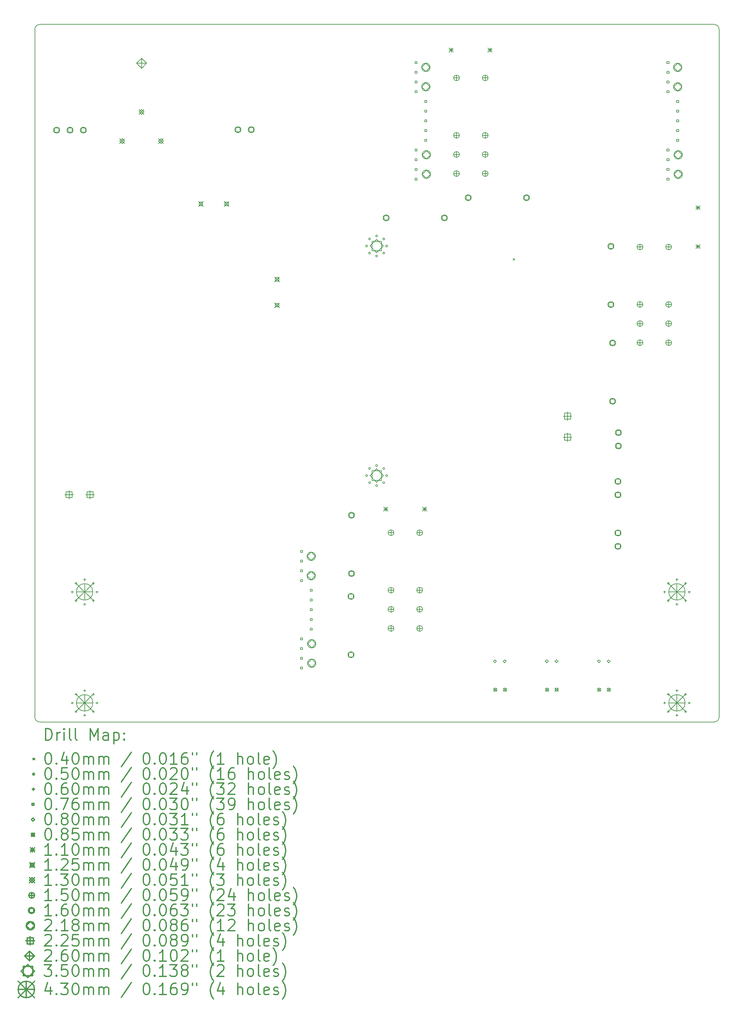
<source format=gbr>
%FSLAX45Y45*%
G04 Gerber Fmt 4.5, Leading zero omitted, Abs format (unit mm)*
G04 Created by KiCad (PCBNEW (5.0.2)-1) date 07.02.2020 11:46:58*
%MOMM*%
%LPD*%
G01*
G04 APERTURE LIST*
%ADD10C,0.150000*%
%ADD11C,0.200000*%
%ADD12C,0.300000*%
G04 APERTURE END LIST*
D10*
X1397000Y-1397000D02*
G75*
G02X1524000Y-1270000I127000J0D01*
G01*
X19177000Y-1270000D02*
G75*
G02X19304000Y-1397000I0J-127000D01*
G01*
X19304000Y-19373000D02*
G75*
G02X19177000Y-19500000I-127000J0D01*
G01*
X1524000Y-19500000D02*
G75*
G02X1397000Y-19373000I0J127000D01*
G01*
X1524000Y-1270000D02*
X19177000Y-1270000D01*
X1397000Y-19373000D02*
X1397000Y-1397000D01*
X19177000Y-19500000D02*
X1524000Y-19500000D01*
X19304000Y-1397000D02*
X19304000Y-19372000D01*
D11*
X13915970Y-7389430D02*
X13955970Y-7429430D01*
X13955970Y-7389430D02*
X13915970Y-7429430D01*
X10104500Y-7060000D02*
G75*
G03X10104500Y-7060000I-25000J0D01*
G01*
X10181385Y-6874384D02*
G75*
G03X10181385Y-6874384I-25000J0D01*
G01*
X10181385Y-7245615D02*
G75*
G03X10181385Y-7245615I-25000J0D01*
G01*
X10367000Y-6797500D02*
G75*
G03X10367000Y-6797500I-25000J0D01*
G01*
X10367000Y-7322500D02*
G75*
G03X10367000Y-7322500I-25000J0D01*
G01*
X10552616Y-6874384D02*
G75*
G03X10552616Y-6874384I-25000J0D01*
G01*
X10552616Y-7245615D02*
G75*
G03X10552616Y-7245615I-25000J0D01*
G01*
X10629500Y-7060000D02*
G75*
G03X10629500Y-7060000I-25000J0D01*
G01*
X10104500Y-13060000D02*
G75*
G03X10104500Y-13060000I-25000J0D01*
G01*
X10181385Y-12874384D02*
G75*
G03X10181385Y-12874384I-25000J0D01*
G01*
X10181385Y-13245615D02*
G75*
G03X10181385Y-13245615I-25000J0D01*
G01*
X10367000Y-12797500D02*
G75*
G03X10367000Y-12797500I-25000J0D01*
G01*
X10367000Y-13322500D02*
G75*
G03X10367000Y-13322500I-25000J0D01*
G01*
X10552616Y-12874384D02*
G75*
G03X10552616Y-12874384I-25000J0D01*
G01*
X10552616Y-13245615D02*
G75*
G03X10552616Y-13245615I-25000J0D01*
G01*
X10629500Y-13060000D02*
G75*
G03X10629500Y-13060000I-25000J0D01*
G01*
X2377500Y-18970000D02*
X2377500Y-19030000D01*
X2347500Y-19000000D02*
X2407500Y-19000000D01*
X2471958Y-18741958D02*
X2471958Y-18801958D01*
X2441958Y-18771958D02*
X2501958Y-18771958D01*
X2471958Y-19198042D02*
X2471958Y-19258042D01*
X2441958Y-19228042D02*
X2501958Y-19228042D01*
X2700000Y-18647500D02*
X2700000Y-18707500D01*
X2670000Y-18677500D02*
X2730000Y-18677500D01*
X2700000Y-19292500D02*
X2700000Y-19352500D01*
X2670000Y-19322500D02*
X2730000Y-19322500D01*
X2928042Y-18741958D02*
X2928042Y-18801958D01*
X2898042Y-18771958D02*
X2958042Y-18771958D01*
X2928042Y-19198042D02*
X2928042Y-19258042D01*
X2898042Y-19228042D02*
X2958042Y-19228042D01*
X3022500Y-18970000D02*
X3022500Y-19030000D01*
X2992500Y-19000000D02*
X3052500Y-19000000D01*
X2377500Y-16070000D02*
X2377500Y-16130000D01*
X2347500Y-16100000D02*
X2407500Y-16100000D01*
X2471958Y-15841958D02*
X2471958Y-15901958D01*
X2441958Y-15871958D02*
X2501958Y-15871958D01*
X2471958Y-16298042D02*
X2471958Y-16358042D01*
X2441958Y-16328042D02*
X2501958Y-16328042D01*
X2700000Y-15747500D02*
X2700000Y-15807500D01*
X2670000Y-15777500D02*
X2730000Y-15777500D01*
X2700000Y-16392500D02*
X2700000Y-16452500D01*
X2670000Y-16422500D02*
X2730000Y-16422500D01*
X2928042Y-15841958D02*
X2928042Y-15901958D01*
X2898042Y-15871958D02*
X2958042Y-15871958D01*
X2928042Y-16298042D02*
X2928042Y-16358042D01*
X2898042Y-16328042D02*
X2958042Y-16328042D01*
X3022500Y-16070000D02*
X3022500Y-16130000D01*
X2992500Y-16100000D02*
X3052500Y-16100000D01*
X17877500Y-16070000D02*
X17877500Y-16130000D01*
X17847500Y-16100000D02*
X17907500Y-16100000D01*
X17971958Y-15841958D02*
X17971958Y-15901958D01*
X17941958Y-15871958D02*
X18001958Y-15871958D01*
X17971958Y-16298042D02*
X17971958Y-16358042D01*
X17941958Y-16328042D02*
X18001958Y-16328042D01*
X18200000Y-15747500D02*
X18200000Y-15807500D01*
X18170000Y-15777500D02*
X18230000Y-15777500D01*
X18200000Y-16392500D02*
X18200000Y-16452500D01*
X18170000Y-16422500D02*
X18230000Y-16422500D01*
X18428042Y-15841958D02*
X18428042Y-15901958D01*
X18398042Y-15871958D02*
X18458042Y-15871958D01*
X18428042Y-16298042D02*
X18428042Y-16358042D01*
X18398042Y-16328042D02*
X18458042Y-16328042D01*
X18522500Y-16070000D02*
X18522500Y-16130000D01*
X18492500Y-16100000D02*
X18552500Y-16100000D01*
X17877500Y-18970000D02*
X17877500Y-19030000D01*
X17847500Y-19000000D02*
X17907500Y-19000000D01*
X17971958Y-18741958D02*
X17971958Y-18801958D01*
X17941958Y-18771958D02*
X18001958Y-18771958D01*
X17971958Y-19198042D02*
X17971958Y-19258042D01*
X17941958Y-19228042D02*
X18001958Y-19228042D01*
X18200000Y-18647500D02*
X18200000Y-18707500D01*
X18170000Y-18677500D02*
X18230000Y-18677500D01*
X18200000Y-19292500D02*
X18200000Y-19352500D01*
X18170000Y-19322500D02*
X18230000Y-19322500D01*
X18428042Y-18741958D02*
X18428042Y-18801958D01*
X18398042Y-18771958D02*
X18458042Y-18771958D01*
X18428042Y-19198042D02*
X18428042Y-19258042D01*
X18398042Y-19228042D02*
X18458042Y-19228042D01*
X18522500Y-18970000D02*
X18522500Y-19030000D01*
X18492500Y-19000000D02*
X18552500Y-19000000D01*
X17992041Y-2291941D02*
X17992041Y-2238059D01*
X17938159Y-2238059D01*
X17938159Y-2291941D01*
X17992041Y-2291941D01*
X17992041Y-2545941D02*
X17992041Y-2492059D01*
X17938159Y-2492059D01*
X17938159Y-2545941D01*
X17992041Y-2545941D01*
X17992041Y-2799941D02*
X17992041Y-2746059D01*
X17938159Y-2746059D01*
X17938159Y-2799941D01*
X17992041Y-2799941D01*
X17992041Y-3053941D02*
X17992041Y-3000059D01*
X17938159Y-3000059D01*
X17938159Y-3053941D01*
X17992041Y-3053941D01*
X17992041Y-4577941D02*
X17992041Y-4524059D01*
X17938159Y-4524059D01*
X17938159Y-4577941D01*
X17992041Y-4577941D01*
X17992041Y-4831941D02*
X17992041Y-4778059D01*
X17938159Y-4778059D01*
X17938159Y-4831941D01*
X17992041Y-4831941D01*
X17992041Y-5085941D02*
X17992041Y-5032059D01*
X17938159Y-5032059D01*
X17938159Y-5085941D01*
X17992041Y-5085941D01*
X17992041Y-5339941D02*
X17992041Y-5286059D01*
X17938159Y-5286059D01*
X17938159Y-5339941D01*
X17992041Y-5339941D01*
X18246041Y-3307941D02*
X18246041Y-3254059D01*
X18192159Y-3254059D01*
X18192159Y-3307941D01*
X18246041Y-3307941D01*
X18246041Y-3561941D02*
X18246041Y-3508059D01*
X18192159Y-3508059D01*
X18192159Y-3561941D01*
X18246041Y-3561941D01*
X18246041Y-3815941D02*
X18246041Y-3762059D01*
X18192159Y-3762059D01*
X18192159Y-3815941D01*
X18246041Y-3815941D01*
X18246041Y-4069941D02*
X18246041Y-4016059D01*
X18192159Y-4016059D01*
X18192159Y-4069941D01*
X18246041Y-4069941D01*
X18246041Y-4323941D02*
X18246041Y-4270059D01*
X18192159Y-4270059D01*
X18192159Y-4323941D01*
X18246041Y-4323941D01*
X11402041Y-2289941D02*
X11402041Y-2236059D01*
X11348159Y-2236059D01*
X11348159Y-2289941D01*
X11402041Y-2289941D01*
X11402041Y-2543941D02*
X11402041Y-2490059D01*
X11348159Y-2490059D01*
X11348159Y-2543941D01*
X11402041Y-2543941D01*
X11402041Y-2797941D02*
X11402041Y-2744059D01*
X11348159Y-2744059D01*
X11348159Y-2797941D01*
X11402041Y-2797941D01*
X11402041Y-3051941D02*
X11402041Y-2998059D01*
X11348159Y-2998059D01*
X11348159Y-3051941D01*
X11402041Y-3051941D01*
X11402041Y-4575941D02*
X11402041Y-4522059D01*
X11348159Y-4522059D01*
X11348159Y-4575941D01*
X11402041Y-4575941D01*
X11402041Y-4829941D02*
X11402041Y-4776059D01*
X11348159Y-4776059D01*
X11348159Y-4829941D01*
X11402041Y-4829941D01*
X11402041Y-5083941D02*
X11402041Y-5030059D01*
X11348159Y-5030059D01*
X11348159Y-5083941D01*
X11402041Y-5083941D01*
X11402041Y-5337941D02*
X11402041Y-5284059D01*
X11348159Y-5284059D01*
X11348159Y-5337941D01*
X11402041Y-5337941D01*
X11656041Y-3305941D02*
X11656041Y-3252059D01*
X11602159Y-3252059D01*
X11602159Y-3305941D01*
X11656041Y-3305941D01*
X11656041Y-3559941D02*
X11656041Y-3506059D01*
X11602159Y-3506059D01*
X11602159Y-3559941D01*
X11656041Y-3559941D01*
X11656041Y-3813941D02*
X11656041Y-3760059D01*
X11602159Y-3760059D01*
X11602159Y-3813941D01*
X11656041Y-3813941D01*
X11656041Y-4067941D02*
X11656041Y-4014059D01*
X11602159Y-4014059D01*
X11602159Y-4067941D01*
X11656041Y-4067941D01*
X11656041Y-4321941D02*
X11656041Y-4268059D01*
X11602159Y-4268059D01*
X11602159Y-4321941D01*
X11656041Y-4321941D01*
X8402041Y-15069941D02*
X8402041Y-15016059D01*
X8348159Y-15016059D01*
X8348159Y-15069941D01*
X8402041Y-15069941D01*
X8402041Y-15323941D02*
X8402041Y-15270059D01*
X8348159Y-15270059D01*
X8348159Y-15323941D01*
X8402041Y-15323941D01*
X8402041Y-15577941D02*
X8402041Y-15524059D01*
X8348159Y-15524059D01*
X8348159Y-15577941D01*
X8402041Y-15577941D01*
X8402041Y-15831941D02*
X8402041Y-15778059D01*
X8348159Y-15778059D01*
X8348159Y-15831941D01*
X8402041Y-15831941D01*
X8402041Y-17355941D02*
X8402041Y-17302059D01*
X8348159Y-17302059D01*
X8348159Y-17355941D01*
X8402041Y-17355941D01*
X8402041Y-17609941D02*
X8402041Y-17556059D01*
X8348159Y-17556059D01*
X8348159Y-17609941D01*
X8402041Y-17609941D01*
X8402041Y-17863941D02*
X8402041Y-17810059D01*
X8348159Y-17810059D01*
X8348159Y-17863941D01*
X8402041Y-17863941D01*
X8402041Y-18117941D02*
X8402041Y-18064059D01*
X8348159Y-18064059D01*
X8348159Y-18117941D01*
X8402041Y-18117941D01*
X8656041Y-16085941D02*
X8656041Y-16032059D01*
X8602159Y-16032059D01*
X8602159Y-16085941D01*
X8656041Y-16085941D01*
X8656041Y-16339941D02*
X8656041Y-16286059D01*
X8602159Y-16286059D01*
X8602159Y-16339941D01*
X8656041Y-16339941D01*
X8656041Y-16593941D02*
X8656041Y-16540059D01*
X8602159Y-16540059D01*
X8602159Y-16593941D01*
X8656041Y-16593941D01*
X8656041Y-16847941D02*
X8656041Y-16794059D01*
X8602159Y-16794059D01*
X8602159Y-16847941D01*
X8656041Y-16847941D01*
X8656041Y-17101941D02*
X8656041Y-17048059D01*
X8602159Y-17048059D01*
X8602159Y-17101941D01*
X8656041Y-17101941D01*
X14795500Y-17953400D02*
X14835500Y-17913400D01*
X14795500Y-17873400D01*
X14755500Y-17913400D01*
X14795500Y-17953400D01*
X15049500Y-17953400D02*
X15089500Y-17913400D01*
X15049500Y-17873400D01*
X15009500Y-17913400D01*
X15049500Y-17953400D01*
X16160800Y-17953400D02*
X16200800Y-17913400D01*
X16160800Y-17873400D01*
X16120800Y-17913400D01*
X16160800Y-17953400D01*
X16414800Y-17953400D02*
X16454800Y-17913400D01*
X16414800Y-17873400D01*
X16374800Y-17913400D01*
X16414800Y-17953400D01*
X13436600Y-17953400D02*
X13476600Y-17913400D01*
X13436600Y-17873400D01*
X13396600Y-17913400D01*
X13436600Y-17953400D01*
X13690600Y-17953400D02*
X13730600Y-17913400D01*
X13690600Y-17873400D01*
X13650600Y-17913400D01*
X13690600Y-17953400D01*
X14759800Y-18613600D02*
X14844800Y-18698600D01*
X14844800Y-18613600D02*
X14759800Y-18698600D01*
X14844800Y-18656100D02*
G75*
G03X14844800Y-18656100I-42500J0D01*
G01*
X15009800Y-18613600D02*
X15094800Y-18698600D01*
X15094800Y-18613600D02*
X15009800Y-18698600D01*
X15094800Y-18656100D02*
G75*
G03X15094800Y-18656100I-42500J0D01*
G01*
X16124600Y-18613800D02*
X16209600Y-18698800D01*
X16209600Y-18613800D02*
X16124600Y-18698800D01*
X16209600Y-18656300D02*
G75*
G03X16209600Y-18656300I-42500J0D01*
G01*
X16374600Y-18613800D02*
X16459600Y-18698800D01*
X16459600Y-18613800D02*
X16374600Y-18698800D01*
X16459600Y-18656300D02*
G75*
G03X16459600Y-18656300I-42500J0D01*
G01*
X13406800Y-18613800D02*
X13491800Y-18698800D01*
X13491800Y-18613800D02*
X13406800Y-18698800D01*
X13491800Y-18656300D02*
G75*
G03X13491800Y-18656300I-42500J0D01*
G01*
X13656800Y-18613800D02*
X13741800Y-18698800D01*
X13741800Y-18613800D02*
X13656800Y-18698800D01*
X13741800Y-18656300D02*
G75*
G03X13741800Y-18656300I-42500J0D01*
G01*
X18696600Y-6002900D02*
X18806600Y-6112900D01*
X18806600Y-6002900D02*
X18696600Y-6112900D01*
X18751600Y-6002900D02*
X18751600Y-6112900D01*
X18696600Y-6057900D02*
X18806600Y-6057900D01*
X18696600Y-7018900D02*
X18806600Y-7128900D01*
X18806600Y-7018900D02*
X18696600Y-7128900D01*
X18751600Y-7018900D02*
X18751600Y-7128900D01*
X18696600Y-7073900D02*
X18806600Y-7073900D01*
X10530400Y-13883200D02*
X10640400Y-13993200D01*
X10640400Y-13883200D02*
X10530400Y-13993200D01*
X10585400Y-13883200D02*
X10585400Y-13993200D01*
X10530400Y-13938200D02*
X10640400Y-13938200D01*
X11546400Y-13883200D02*
X11656400Y-13993200D01*
X11656400Y-13883200D02*
X11546400Y-13993200D01*
X11601400Y-13883200D02*
X11601400Y-13993200D01*
X11546400Y-13938200D02*
X11656400Y-13938200D01*
X12238600Y-1881750D02*
X12348600Y-1991750D01*
X12348600Y-1881750D02*
X12238600Y-1991750D01*
X12293600Y-1881750D02*
X12293600Y-1991750D01*
X12238600Y-1936750D02*
X12348600Y-1936750D01*
X13254600Y-1881750D02*
X13364600Y-1991750D01*
X13364600Y-1881750D02*
X13254600Y-1991750D01*
X13309600Y-1881750D02*
X13309600Y-1991750D01*
X13254600Y-1936750D02*
X13364600Y-1936750D01*
X5680300Y-5896300D02*
X5805700Y-6021700D01*
X5805700Y-5896300D02*
X5680300Y-6021700D01*
X5787336Y-6003336D02*
X5787336Y-5914664D01*
X5698664Y-5914664D01*
X5698664Y-6003336D01*
X5787336Y-6003336D01*
X6355300Y-5896300D02*
X6480700Y-6021700D01*
X6480700Y-5896300D02*
X6355300Y-6021700D01*
X6462336Y-6003336D02*
X6462336Y-5914664D01*
X6373664Y-5914664D01*
X6373664Y-6003336D01*
X6462336Y-6003336D01*
X7674300Y-7870300D02*
X7799700Y-7995700D01*
X7799700Y-7870300D02*
X7674300Y-7995700D01*
X7781336Y-7977336D02*
X7781336Y-7888664D01*
X7692664Y-7888664D01*
X7692664Y-7977336D01*
X7781336Y-7977336D01*
X7674300Y-8545300D02*
X7799700Y-8670700D01*
X7799700Y-8545300D02*
X7674300Y-8670700D01*
X7781336Y-8652336D02*
X7781336Y-8563664D01*
X7692664Y-8563664D01*
X7692664Y-8652336D01*
X7781336Y-8652336D01*
X3618000Y-4253000D02*
X3748000Y-4383000D01*
X3748000Y-4253000D02*
X3618000Y-4383000D01*
X3683000Y-4383000D02*
X3748000Y-4318000D01*
X3683000Y-4253000D01*
X3618000Y-4318000D01*
X3683000Y-4383000D01*
X4126000Y-3491000D02*
X4256000Y-3621000D01*
X4256000Y-3491000D02*
X4126000Y-3621000D01*
X4191000Y-3621000D02*
X4256000Y-3556000D01*
X4191000Y-3491000D01*
X4126000Y-3556000D01*
X4191000Y-3621000D01*
X4634000Y-4253000D02*
X4764000Y-4383000D01*
X4764000Y-4253000D02*
X4634000Y-4383000D01*
X4699000Y-4383000D02*
X4764000Y-4318000D01*
X4699000Y-4253000D01*
X4634000Y-4318000D01*
X4699000Y-4383000D01*
X10718100Y-14479200D02*
X10718100Y-14629200D01*
X10643100Y-14554200D02*
X10793100Y-14554200D01*
X10793100Y-14554200D02*
G75*
G03X10793100Y-14554200I-75000J0D01*
G01*
X10718100Y-15979200D02*
X10718100Y-16129200D01*
X10643100Y-16054200D02*
X10793100Y-16054200D01*
X10793100Y-16054200D02*
G75*
G03X10793100Y-16054200I-75000J0D01*
G01*
X10718100Y-16479200D02*
X10718100Y-16629200D01*
X10643100Y-16554200D02*
X10793100Y-16554200D01*
X10793100Y-16554200D02*
G75*
G03X10793100Y-16554200I-75000J0D01*
G01*
X10718100Y-16979200D02*
X10718100Y-17129200D01*
X10643100Y-17054200D02*
X10793100Y-17054200D01*
X10793100Y-17054200D02*
G75*
G03X10793100Y-17054200I-75000J0D01*
G01*
X11468100Y-14479200D02*
X11468100Y-14629200D01*
X11393100Y-14554200D02*
X11543100Y-14554200D01*
X11543100Y-14554200D02*
G75*
G03X11543100Y-14554200I-75000J0D01*
G01*
X11468100Y-15979200D02*
X11468100Y-16129200D01*
X11393100Y-16054200D02*
X11543100Y-16054200D01*
X11543100Y-16054200D02*
G75*
G03X11543100Y-16054200I-75000J0D01*
G01*
X11468100Y-16479200D02*
X11468100Y-16629200D01*
X11393100Y-16554200D02*
X11543100Y-16554200D01*
X11543100Y-16554200D02*
G75*
G03X11543100Y-16554200I-75000J0D01*
G01*
X11468100Y-16979200D02*
X11468100Y-17129200D01*
X11393100Y-17054200D02*
X11543100Y-17054200D01*
X11543100Y-17054200D02*
G75*
G03X11543100Y-17054200I-75000J0D01*
G01*
X12432600Y-2592000D02*
X12432600Y-2742000D01*
X12357600Y-2667000D02*
X12507600Y-2667000D01*
X12507600Y-2667000D02*
G75*
G03X12507600Y-2667000I-75000J0D01*
G01*
X12432600Y-4092000D02*
X12432600Y-4242000D01*
X12357600Y-4167000D02*
X12507600Y-4167000D01*
X12507600Y-4167000D02*
G75*
G03X12507600Y-4167000I-75000J0D01*
G01*
X12432600Y-4592000D02*
X12432600Y-4742000D01*
X12357600Y-4667000D02*
X12507600Y-4667000D01*
X12507600Y-4667000D02*
G75*
G03X12507600Y-4667000I-75000J0D01*
G01*
X12432600Y-5092000D02*
X12432600Y-5242000D01*
X12357600Y-5167000D02*
X12507600Y-5167000D01*
X12507600Y-5167000D02*
G75*
G03X12507600Y-5167000I-75000J0D01*
G01*
X13182600Y-2592000D02*
X13182600Y-2742000D01*
X13107600Y-2667000D02*
X13257600Y-2667000D01*
X13257600Y-2667000D02*
G75*
G03X13257600Y-2667000I-75000J0D01*
G01*
X13182600Y-4092000D02*
X13182600Y-4242000D01*
X13107600Y-4167000D02*
X13257600Y-4167000D01*
X13257600Y-4167000D02*
G75*
G03X13257600Y-4167000I-75000J0D01*
G01*
X13182600Y-4592000D02*
X13182600Y-4742000D01*
X13107600Y-4667000D02*
X13257600Y-4667000D01*
X13257600Y-4667000D02*
G75*
G03X13257600Y-4667000I-75000J0D01*
G01*
X13182600Y-5092000D02*
X13182600Y-5242000D01*
X13107600Y-5167000D02*
X13257600Y-5167000D01*
X13257600Y-5167000D02*
G75*
G03X13257600Y-5167000I-75000J0D01*
G01*
X17233200Y-7011600D02*
X17233200Y-7161600D01*
X17158200Y-7086600D02*
X17308200Y-7086600D01*
X17308200Y-7086600D02*
G75*
G03X17308200Y-7086600I-75000J0D01*
G01*
X17233200Y-8511600D02*
X17233200Y-8661600D01*
X17158200Y-8586600D02*
X17308200Y-8586600D01*
X17308200Y-8586600D02*
G75*
G03X17308200Y-8586600I-75000J0D01*
G01*
X17233200Y-9011600D02*
X17233200Y-9161600D01*
X17158200Y-9086600D02*
X17308200Y-9086600D01*
X17308200Y-9086600D02*
G75*
G03X17308200Y-9086600I-75000J0D01*
G01*
X17233200Y-9511600D02*
X17233200Y-9661600D01*
X17158200Y-9586600D02*
X17308200Y-9586600D01*
X17308200Y-9586600D02*
G75*
G03X17308200Y-9586600I-75000J0D01*
G01*
X17983200Y-7011600D02*
X17983200Y-7161600D01*
X17908200Y-7086600D02*
X18058200Y-7086600D01*
X18058200Y-7086600D02*
G75*
G03X18058200Y-7086600I-75000J0D01*
G01*
X17983200Y-8511600D02*
X17983200Y-8661600D01*
X17908200Y-8586600D02*
X18058200Y-8586600D01*
X18058200Y-8586600D02*
G75*
G03X18058200Y-8586600I-75000J0D01*
G01*
X17983200Y-9011600D02*
X17983200Y-9161600D01*
X17908200Y-9086600D02*
X18058200Y-9086600D01*
X18058200Y-9086600D02*
G75*
G03X18058200Y-9086600I-75000J0D01*
G01*
X17983200Y-9511600D02*
X17983200Y-9661600D01*
X17908200Y-9586600D02*
X18058200Y-9586600D01*
X18058200Y-9586600D02*
G75*
G03X18058200Y-9586600I-75000J0D01*
G01*
X9740319Y-14153569D02*
X9740319Y-14040431D01*
X9627181Y-14040431D01*
X9627181Y-14153569D01*
X9740319Y-14153569D01*
X9763750Y-14097000D02*
G75*
G03X9763750Y-14097000I-80000J0D01*
G01*
X9740319Y-15677569D02*
X9740319Y-15564431D01*
X9627181Y-15564431D01*
X9627181Y-15677569D01*
X9740319Y-15677569D01*
X9763750Y-15621000D02*
G75*
G03X9763750Y-15621000I-80000J0D01*
G01*
X16712569Y-14616369D02*
X16712569Y-14503231D01*
X16599431Y-14503231D01*
X16599431Y-14616369D01*
X16712569Y-14616369D01*
X16736000Y-14559800D02*
G75*
G03X16736000Y-14559800I-80000J0D01*
G01*
X16712569Y-14966369D02*
X16712569Y-14853231D01*
X16599431Y-14853231D01*
X16599431Y-14966369D01*
X16712569Y-14966369D01*
X16736000Y-14909800D02*
G75*
G03X16736000Y-14909800I-80000J0D01*
G01*
X16725369Y-11993769D02*
X16725369Y-11880631D01*
X16612231Y-11880631D01*
X16612231Y-11993769D01*
X16725369Y-11993769D01*
X16748800Y-11937200D02*
G75*
G03X16748800Y-11937200I-80000J0D01*
G01*
X16725369Y-12343769D02*
X16725369Y-12230631D01*
X16612231Y-12230631D01*
X16612231Y-12343769D01*
X16725369Y-12343769D01*
X16748800Y-12287200D02*
G75*
G03X16748800Y-12287200I-80000J0D01*
G01*
X10648369Y-6381169D02*
X10648369Y-6268031D01*
X10535231Y-6268031D01*
X10535231Y-6381169D01*
X10648369Y-6381169D01*
X10671800Y-6324600D02*
G75*
G03X10671800Y-6324600I-80000J0D01*
G01*
X12172369Y-6381169D02*
X12172369Y-6268031D01*
X12059231Y-6268031D01*
X12059231Y-6381169D01*
X12172369Y-6381169D01*
X12195800Y-6324600D02*
G75*
G03X12195800Y-6324600I-80000J0D01*
G01*
X12794669Y-5854119D02*
X12794669Y-5740981D01*
X12681531Y-5740981D01*
X12681531Y-5854119D01*
X12794669Y-5854119D01*
X12818100Y-5797550D02*
G75*
G03X12818100Y-5797550I-80000J0D01*
G01*
X14318669Y-5854119D02*
X14318669Y-5740981D01*
X14205531Y-5740981D01*
X14205531Y-5854119D01*
X14318669Y-5854119D01*
X14342100Y-5797550D02*
G75*
G03X14342100Y-5797550I-80000J0D01*
G01*
X16712569Y-13270169D02*
X16712569Y-13157031D01*
X16599431Y-13157031D01*
X16599431Y-13270169D01*
X16712569Y-13270169D01*
X16736000Y-13213600D02*
G75*
G03X16736000Y-13213600I-80000J0D01*
G01*
X16712569Y-13620169D02*
X16712569Y-13507031D01*
X16599431Y-13507031D01*
X16599431Y-13620169D01*
X16712569Y-13620169D01*
X16736000Y-13563600D02*
G75*
G03X16736000Y-13563600I-80000J0D01*
G01*
X2023569Y-4088819D02*
X2023569Y-3975681D01*
X1910431Y-3975681D01*
X1910431Y-4088819D01*
X2023569Y-4088819D01*
X2047000Y-4032250D02*
G75*
G03X2047000Y-4032250I-80000J0D01*
G01*
X2373569Y-4088819D02*
X2373569Y-3975681D01*
X2260431Y-3975681D01*
X2260431Y-4088819D01*
X2373569Y-4088819D01*
X2397000Y-4032250D02*
G75*
G03X2397000Y-4032250I-80000J0D01*
G01*
X2723569Y-4088819D02*
X2723569Y-3975681D01*
X2610431Y-3975681D01*
X2610431Y-4088819D01*
X2723569Y-4088819D01*
X2747000Y-4032250D02*
G75*
G03X2747000Y-4032250I-80000J0D01*
G01*
X6767769Y-4076119D02*
X6767769Y-3962981D01*
X6654631Y-3962981D01*
X6654631Y-4076119D01*
X6767769Y-4076119D01*
X6791200Y-4019550D02*
G75*
G03X6791200Y-4019550I-80000J0D01*
G01*
X7117769Y-4076119D02*
X7117769Y-3962981D01*
X7004631Y-3962981D01*
X7004631Y-4076119D01*
X7117769Y-4076119D01*
X7141200Y-4019550D02*
G75*
G03X7141200Y-4019550I-80000J0D01*
G01*
X9727619Y-16274469D02*
X9727619Y-16161331D01*
X9614481Y-16161331D01*
X9614481Y-16274469D01*
X9727619Y-16274469D01*
X9751050Y-16217900D02*
G75*
G03X9751050Y-16217900I-80000J0D01*
G01*
X9727619Y-17798469D02*
X9727619Y-17685331D01*
X9614481Y-17685331D01*
X9614481Y-17798469D01*
X9727619Y-17798469D01*
X9751050Y-17741900D02*
G75*
G03X9751050Y-17741900I-80000J0D01*
G01*
X16572969Y-9651419D02*
X16572969Y-9538281D01*
X16459831Y-9538281D01*
X16459831Y-9651419D01*
X16572969Y-9651419D01*
X16596400Y-9594850D02*
G75*
G03X16596400Y-9594850I-80000J0D01*
G01*
X16572969Y-11175419D02*
X16572969Y-11062281D01*
X16459831Y-11062281D01*
X16459831Y-11175419D01*
X16572969Y-11175419D01*
X16596400Y-11118850D02*
G75*
G03X16596400Y-11118850I-80000J0D01*
G01*
X16528469Y-7124119D02*
X16528469Y-7010981D01*
X16415331Y-7010981D01*
X16415331Y-7124119D01*
X16528469Y-7124119D01*
X16551900Y-7067550D02*
G75*
G03X16551900Y-7067550I-80000J0D01*
G01*
X16528469Y-8648119D02*
X16528469Y-8534981D01*
X16415331Y-8534981D01*
X16415331Y-8648119D01*
X16528469Y-8648119D01*
X16551900Y-8591550D02*
G75*
G03X16551900Y-8591550I-80000J0D01*
G01*
X18220000Y-2501000D02*
X18329000Y-2392000D01*
X18220000Y-2283000D01*
X18111000Y-2392000D01*
X18220000Y-2501000D01*
X18329000Y-2392000D02*
G75*
G03X18329000Y-2392000I-109000J0D01*
G01*
X18220000Y-3009000D02*
X18329000Y-2900000D01*
X18220000Y-2791000D01*
X18111000Y-2900000D01*
X18220000Y-3009000D01*
X18329000Y-2900000D02*
G75*
G03X18329000Y-2900000I-109000J0D01*
G01*
X18233100Y-4787000D02*
X18342100Y-4678000D01*
X18233100Y-4569000D01*
X18124100Y-4678000D01*
X18233100Y-4787000D01*
X18342100Y-4678000D02*
G75*
G03X18342100Y-4678000I-109000J0D01*
G01*
X18233100Y-5295000D02*
X18342100Y-5186000D01*
X18233100Y-5077000D01*
X18124100Y-5186000D01*
X18233100Y-5295000D01*
X18342100Y-5186000D02*
G75*
G03X18342100Y-5186000I-109000J0D01*
G01*
X11630000Y-2499000D02*
X11739000Y-2390000D01*
X11630000Y-2281000D01*
X11521000Y-2390000D01*
X11630000Y-2499000D01*
X11739000Y-2390000D02*
G75*
G03X11739000Y-2390000I-109000J0D01*
G01*
X11630000Y-3007000D02*
X11739000Y-2898000D01*
X11630000Y-2789000D01*
X11521000Y-2898000D01*
X11630000Y-3007000D01*
X11739000Y-2898000D02*
G75*
G03X11739000Y-2898000I-109000J0D01*
G01*
X11643100Y-4785000D02*
X11752100Y-4676000D01*
X11643100Y-4567000D01*
X11534100Y-4676000D01*
X11643100Y-4785000D01*
X11752100Y-4676000D02*
G75*
G03X11752100Y-4676000I-109000J0D01*
G01*
X11643100Y-5293000D02*
X11752100Y-5184000D01*
X11643100Y-5075000D01*
X11534100Y-5184000D01*
X11643100Y-5293000D01*
X11752100Y-5184000D02*
G75*
G03X11752100Y-5184000I-109000J0D01*
G01*
X8630000Y-15279000D02*
X8739000Y-15170000D01*
X8630000Y-15061000D01*
X8521000Y-15170000D01*
X8630000Y-15279000D01*
X8739000Y-15170000D02*
G75*
G03X8739000Y-15170000I-109000J0D01*
G01*
X8630000Y-15787000D02*
X8739000Y-15678000D01*
X8630000Y-15569000D01*
X8521000Y-15678000D01*
X8630000Y-15787000D01*
X8739000Y-15678000D02*
G75*
G03X8739000Y-15678000I-109000J0D01*
G01*
X8643100Y-17565000D02*
X8752100Y-17456000D01*
X8643100Y-17347000D01*
X8534100Y-17456000D01*
X8643100Y-17565000D01*
X8752100Y-17456000D02*
G75*
G03X8752100Y-17456000I-109000J0D01*
G01*
X8643100Y-18073000D02*
X8752100Y-17964000D01*
X8643100Y-17855000D01*
X8534100Y-17964000D01*
X8643100Y-18073000D01*
X8752100Y-17964000D02*
G75*
G03X8752100Y-17964000I-109000J0D01*
G01*
X2293000Y-13446300D02*
X2293000Y-13671700D01*
X2180300Y-13559000D02*
X2405700Y-13559000D01*
X2372692Y-13638692D02*
X2372692Y-13479308D01*
X2213308Y-13479308D01*
X2213308Y-13638692D01*
X2372692Y-13638692D01*
X2843000Y-13446300D02*
X2843000Y-13671700D01*
X2730300Y-13559000D02*
X2955700Y-13559000D01*
X2922692Y-13638692D02*
X2922692Y-13479308D01*
X2763308Y-13479308D01*
X2763308Y-13638692D01*
X2922692Y-13638692D01*
X15337000Y-11395300D02*
X15337000Y-11620700D01*
X15224300Y-11508000D02*
X15449700Y-11508000D01*
X15416692Y-11587692D02*
X15416692Y-11428308D01*
X15257308Y-11428308D01*
X15257308Y-11587692D01*
X15416692Y-11587692D01*
X15337000Y-11945300D02*
X15337000Y-12170700D01*
X15224300Y-12058000D02*
X15449700Y-12058000D01*
X15416692Y-12137692D02*
X15416692Y-11978308D01*
X15257308Y-11978308D01*
X15257308Y-12137692D01*
X15416692Y-12137692D01*
X4191000Y-2156000D02*
X4191000Y-2416000D01*
X4061000Y-2286000D02*
X4321000Y-2286000D01*
X4191000Y-2416000D02*
X4321000Y-2286000D01*
X4191000Y-2156000D01*
X4061000Y-2286000D01*
X4191000Y-2416000D01*
X10342000Y-7235000D02*
X10517000Y-7060000D01*
X10342000Y-6885000D01*
X10167000Y-7060000D01*
X10342000Y-7235000D01*
X10465745Y-7183745D02*
X10465745Y-6936255D01*
X10218255Y-6936255D01*
X10218255Y-7183745D01*
X10465745Y-7183745D01*
X10342000Y-13235000D02*
X10517000Y-13060000D01*
X10342000Y-12885000D01*
X10167000Y-13060000D01*
X10342000Y-13235000D01*
X10465745Y-13183745D02*
X10465745Y-12936255D01*
X10218255Y-12936255D01*
X10218255Y-13183745D01*
X10465745Y-13183745D01*
X2485000Y-18785000D02*
X2915000Y-19215000D01*
X2915000Y-18785000D02*
X2485000Y-19215000D01*
X2700000Y-18785000D02*
X2700000Y-19215000D01*
X2485000Y-19000000D02*
X2915000Y-19000000D01*
X2915000Y-19000000D02*
G75*
G03X2915000Y-19000000I-215000J0D01*
G01*
X2485000Y-15885000D02*
X2915000Y-16315000D01*
X2915000Y-15885000D02*
X2485000Y-16315000D01*
X2700000Y-15885000D02*
X2700000Y-16315000D01*
X2485000Y-16100000D02*
X2915000Y-16100000D01*
X2915000Y-16100000D02*
G75*
G03X2915000Y-16100000I-215000J0D01*
G01*
X17985000Y-15885000D02*
X18415000Y-16315000D01*
X18415000Y-15885000D02*
X17985000Y-16315000D01*
X18200000Y-15885000D02*
X18200000Y-16315000D01*
X17985000Y-16100000D02*
X18415000Y-16100000D01*
X18415000Y-16100000D02*
G75*
G03X18415000Y-16100000I-215000J0D01*
G01*
X17985000Y-18785000D02*
X18415000Y-19215000D01*
X18415000Y-18785000D02*
X17985000Y-19215000D01*
X18200000Y-18785000D02*
X18200000Y-19215000D01*
X17985000Y-19000000D02*
X18415000Y-19000000D01*
X18415000Y-19000000D02*
G75*
G03X18415000Y-19000000I-215000J0D01*
G01*
D12*
X1675928Y-19973214D02*
X1675928Y-19673214D01*
X1747357Y-19673214D01*
X1790214Y-19687500D01*
X1818786Y-19716072D01*
X1833071Y-19744643D01*
X1847357Y-19801786D01*
X1847357Y-19844643D01*
X1833071Y-19901786D01*
X1818786Y-19930357D01*
X1790214Y-19958929D01*
X1747357Y-19973214D01*
X1675928Y-19973214D01*
X1975928Y-19973214D02*
X1975928Y-19773214D01*
X1975928Y-19830357D02*
X1990214Y-19801786D01*
X2004500Y-19787500D01*
X2033071Y-19773214D01*
X2061643Y-19773214D01*
X2161643Y-19973214D02*
X2161643Y-19773214D01*
X2161643Y-19673214D02*
X2147357Y-19687500D01*
X2161643Y-19701786D01*
X2175928Y-19687500D01*
X2161643Y-19673214D01*
X2161643Y-19701786D01*
X2347357Y-19973214D02*
X2318786Y-19958929D01*
X2304500Y-19930357D01*
X2304500Y-19673214D01*
X2504500Y-19973214D02*
X2475928Y-19958929D01*
X2461643Y-19930357D01*
X2461643Y-19673214D01*
X2847357Y-19973214D02*
X2847357Y-19673214D01*
X2947357Y-19887500D01*
X3047357Y-19673214D01*
X3047357Y-19973214D01*
X3318786Y-19973214D02*
X3318786Y-19816072D01*
X3304500Y-19787500D01*
X3275928Y-19773214D01*
X3218786Y-19773214D01*
X3190214Y-19787500D01*
X3318786Y-19958929D02*
X3290214Y-19973214D01*
X3218786Y-19973214D01*
X3190214Y-19958929D01*
X3175928Y-19930357D01*
X3175928Y-19901786D01*
X3190214Y-19873214D01*
X3218786Y-19858929D01*
X3290214Y-19858929D01*
X3318786Y-19844643D01*
X3461643Y-19773214D02*
X3461643Y-20073214D01*
X3461643Y-19787500D02*
X3490214Y-19773214D01*
X3547357Y-19773214D01*
X3575928Y-19787500D01*
X3590214Y-19801786D01*
X3604500Y-19830357D01*
X3604500Y-19916072D01*
X3590214Y-19944643D01*
X3575928Y-19958929D01*
X3547357Y-19973214D01*
X3490214Y-19973214D01*
X3461643Y-19958929D01*
X3733071Y-19944643D02*
X3747357Y-19958929D01*
X3733071Y-19973214D01*
X3718786Y-19958929D01*
X3733071Y-19944643D01*
X3733071Y-19973214D01*
X3733071Y-19787500D02*
X3747357Y-19801786D01*
X3733071Y-19816072D01*
X3718786Y-19801786D01*
X3733071Y-19787500D01*
X3733071Y-19816072D01*
X1349500Y-20447500D02*
X1389500Y-20487500D01*
X1389500Y-20447500D02*
X1349500Y-20487500D01*
X1733071Y-20303214D02*
X1761643Y-20303214D01*
X1790214Y-20317500D01*
X1804500Y-20331786D01*
X1818786Y-20360357D01*
X1833071Y-20417500D01*
X1833071Y-20488929D01*
X1818786Y-20546072D01*
X1804500Y-20574643D01*
X1790214Y-20588929D01*
X1761643Y-20603214D01*
X1733071Y-20603214D01*
X1704500Y-20588929D01*
X1690214Y-20574643D01*
X1675928Y-20546072D01*
X1661643Y-20488929D01*
X1661643Y-20417500D01*
X1675928Y-20360357D01*
X1690214Y-20331786D01*
X1704500Y-20317500D01*
X1733071Y-20303214D01*
X1961643Y-20574643D02*
X1975928Y-20588929D01*
X1961643Y-20603214D01*
X1947357Y-20588929D01*
X1961643Y-20574643D01*
X1961643Y-20603214D01*
X2233071Y-20403214D02*
X2233071Y-20603214D01*
X2161643Y-20288929D02*
X2090214Y-20503214D01*
X2275928Y-20503214D01*
X2447357Y-20303214D02*
X2475928Y-20303214D01*
X2504500Y-20317500D01*
X2518786Y-20331786D01*
X2533071Y-20360357D01*
X2547357Y-20417500D01*
X2547357Y-20488929D01*
X2533071Y-20546072D01*
X2518786Y-20574643D01*
X2504500Y-20588929D01*
X2475928Y-20603214D01*
X2447357Y-20603214D01*
X2418786Y-20588929D01*
X2404500Y-20574643D01*
X2390214Y-20546072D01*
X2375928Y-20488929D01*
X2375928Y-20417500D01*
X2390214Y-20360357D01*
X2404500Y-20331786D01*
X2418786Y-20317500D01*
X2447357Y-20303214D01*
X2675928Y-20603214D02*
X2675928Y-20403214D01*
X2675928Y-20431786D02*
X2690214Y-20417500D01*
X2718786Y-20403214D01*
X2761643Y-20403214D01*
X2790214Y-20417500D01*
X2804500Y-20446072D01*
X2804500Y-20603214D01*
X2804500Y-20446072D02*
X2818786Y-20417500D01*
X2847357Y-20403214D01*
X2890214Y-20403214D01*
X2918786Y-20417500D01*
X2933071Y-20446072D01*
X2933071Y-20603214D01*
X3075928Y-20603214D02*
X3075928Y-20403214D01*
X3075928Y-20431786D02*
X3090214Y-20417500D01*
X3118786Y-20403214D01*
X3161643Y-20403214D01*
X3190214Y-20417500D01*
X3204500Y-20446072D01*
X3204500Y-20603214D01*
X3204500Y-20446072D02*
X3218786Y-20417500D01*
X3247357Y-20403214D01*
X3290214Y-20403214D01*
X3318786Y-20417500D01*
X3333071Y-20446072D01*
X3333071Y-20603214D01*
X3918786Y-20288929D02*
X3661643Y-20674643D01*
X4304500Y-20303214D02*
X4333071Y-20303214D01*
X4361643Y-20317500D01*
X4375928Y-20331786D01*
X4390214Y-20360357D01*
X4404500Y-20417500D01*
X4404500Y-20488929D01*
X4390214Y-20546072D01*
X4375928Y-20574643D01*
X4361643Y-20588929D01*
X4333071Y-20603214D01*
X4304500Y-20603214D01*
X4275928Y-20588929D01*
X4261643Y-20574643D01*
X4247357Y-20546072D01*
X4233071Y-20488929D01*
X4233071Y-20417500D01*
X4247357Y-20360357D01*
X4261643Y-20331786D01*
X4275928Y-20317500D01*
X4304500Y-20303214D01*
X4533071Y-20574643D02*
X4547357Y-20588929D01*
X4533071Y-20603214D01*
X4518786Y-20588929D01*
X4533071Y-20574643D01*
X4533071Y-20603214D01*
X4733071Y-20303214D02*
X4761643Y-20303214D01*
X4790214Y-20317500D01*
X4804500Y-20331786D01*
X4818786Y-20360357D01*
X4833071Y-20417500D01*
X4833071Y-20488929D01*
X4818786Y-20546072D01*
X4804500Y-20574643D01*
X4790214Y-20588929D01*
X4761643Y-20603214D01*
X4733071Y-20603214D01*
X4704500Y-20588929D01*
X4690214Y-20574643D01*
X4675928Y-20546072D01*
X4661643Y-20488929D01*
X4661643Y-20417500D01*
X4675928Y-20360357D01*
X4690214Y-20331786D01*
X4704500Y-20317500D01*
X4733071Y-20303214D01*
X5118786Y-20603214D02*
X4947357Y-20603214D01*
X5033071Y-20603214D02*
X5033071Y-20303214D01*
X5004500Y-20346072D01*
X4975928Y-20374643D01*
X4947357Y-20388929D01*
X5375928Y-20303214D02*
X5318786Y-20303214D01*
X5290214Y-20317500D01*
X5275928Y-20331786D01*
X5247357Y-20374643D01*
X5233071Y-20431786D01*
X5233071Y-20546072D01*
X5247357Y-20574643D01*
X5261643Y-20588929D01*
X5290214Y-20603214D01*
X5347357Y-20603214D01*
X5375928Y-20588929D01*
X5390214Y-20574643D01*
X5404500Y-20546072D01*
X5404500Y-20474643D01*
X5390214Y-20446072D01*
X5375928Y-20431786D01*
X5347357Y-20417500D01*
X5290214Y-20417500D01*
X5261643Y-20431786D01*
X5247357Y-20446072D01*
X5233071Y-20474643D01*
X5518786Y-20303214D02*
X5518786Y-20360357D01*
X5633071Y-20303214D02*
X5633071Y-20360357D01*
X6075928Y-20717500D02*
X6061643Y-20703214D01*
X6033071Y-20660357D01*
X6018786Y-20631786D01*
X6004500Y-20588929D01*
X5990214Y-20517500D01*
X5990214Y-20460357D01*
X6004500Y-20388929D01*
X6018786Y-20346072D01*
X6033071Y-20317500D01*
X6061643Y-20274643D01*
X6075928Y-20260357D01*
X6347357Y-20603214D02*
X6175928Y-20603214D01*
X6261643Y-20603214D02*
X6261643Y-20303214D01*
X6233071Y-20346072D01*
X6204500Y-20374643D01*
X6175928Y-20388929D01*
X6704500Y-20603214D02*
X6704500Y-20303214D01*
X6833071Y-20603214D02*
X6833071Y-20446072D01*
X6818786Y-20417500D01*
X6790214Y-20403214D01*
X6747357Y-20403214D01*
X6718786Y-20417500D01*
X6704500Y-20431786D01*
X7018786Y-20603214D02*
X6990214Y-20588929D01*
X6975928Y-20574643D01*
X6961643Y-20546072D01*
X6961643Y-20460357D01*
X6975928Y-20431786D01*
X6990214Y-20417500D01*
X7018786Y-20403214D01*
X7061643Y-20403214D01*
X7090214Y-20417500D01*
X7104500Y-20431786D01*
X7118786Y-20460357D01*
X7118786Y-20546072D01*
X7104500Y-20574643D01*
X7090214Y-20588929D01*
X7061643Y-20603214D01*
X7018786Y-20603214D01*
X7290214Y-20603214D02*
X7261643Y-20588929D01*
X7247357Y-20560357D01*
X7247357Y-20303214D01*
X7518786Y-20588929D02*
X7490214Y-20603214D01*
X7433071Y-20603214D01*
X7404500Y-20588929D01*
X7390214Y-20560357D01*
X7390214Y-20446072D01*
X7404500Y-20417500D01*
X7433071Y-20403214D01*
X7490214Y-20403214D01*
X7518786Y-20417500D01*
X7533071Y-20446072D01*
X7533071Y-20474643D01*
X7390214Y-20503214D01*
X7633071Y-20717500D02*
X7647357Y-20703214D01*
X7675928Y-20660357D01*
X7690214Y-20631786D01*
X7704500Y-20588929D01*
X7718786Y-20517500D01*
X7718786Y-20460357D01*
X7704500Y-20388929D01*
X7690214Y-20346072D01*
X7675928Y-20317500D01*
X7647357Y-20274643D01*
X7633071Y-20260357D01*
X1389500Y-20863500D02*
G75*
G03X1389500Y-20863500I-25000J0D01*
G01*
X1733071Y-20699214D02*
X1761643Y-20699214D01*
X1790214Y-20713500D01*
X1804500Y-20727786D01*
X1818786Y-20756357D01*
X1833071Y-20813500D01*
X1833071Y-20884929D01*
X1818786Y-20942072D01*
X1804500Y-20970643D01*
X1790214Y-20984929D01*
X1761643Y-20999214D01*
X1733071Y-20999214D01*
X1704500Y-20984929D01*
X1690214Y-20970643D01*
X1675928Y-20942072D01*
X1661643Y-20884929D01*
X1661643Y-20813500D01*
X1675928Y-20756357D01*
X1690214Y-20727786D01*
X1704500Y-20713500D01*
X1733071Y-20699214D01*
X1961643Y-20970643D02*
X1975928Y-20984929D01*
X1961643Y-20999214D01*
X1947357Y-20984929D01*
X1961643Y-20970643D01*
X1961643Y-20999214D01*
X2247357Y-20699214D02*
X2104500Y-20699214D01*
X2090214Y-20842072D01*
X2104500Y-20827786D01*
X2133071Y-20813500D01*
X2204500Y-20813500D01*
X2233071Y-20827786D01*
X2247357Y-20842072D01*
X2261643Y-20870643D01*
X2261643Y-20942072D01*
X2247357Y-20970643D01*
X2233071Y-20984929D01*
X2204500Y-20999214D01*
X2133071Y-20999214D01*
X2104500Y-20984929D01*
X2090214Y-20970643D01*
X2447357Y-20699214D02*
X2475928Y-20699214D01*
X2504500Y-20713500D01*
X2518786Y-20727786D01*
X2533071Y-20756357D01*
X2547357Y-20813500D01*
X2547357Y-20884929D01*
X2533071Y-20942072D01*
X2518786Y-20970643D01*
X2504500Y-20984929D01*
X2475928Y-20999214D01*
X2447357Y-20999214D01*
X2418786Y-20984929D01*
X2404500Y-20970643D01*
X2390214Y-20942072D01*
X2375928Y-20884929D01*
X2375928Y-20813500D01*
X2390214Y-20756357D01*
X2404500Y-20727786D01*
X2418786Y-20713500D01*
X2447357Y-20699214D01*
X2675928Y-20999214D02*
X2675928Y-20799214D01*
X2675928Y-20827786D02*
X2690214Y-20813500D01*
X2718786Y-20799214D01*
X2761643Y-20799214D01*
X2790214Y-20813500D01*
X2804500Y-20842072D01*
X2804500Y-20999214D01*
X2804500Y-20842072D02*
X2818786Y-20813500D01*
X2847357Y-20799214D01*
X2890214Y-20799214D01*
X2918786Y-20813500D01*
X2933071Y-20842072D01*
X2933071Y-20999214D01*
X3075928Y-20999214D02*
X3075928Y-20799214D01*
X3075928Y-20827786D02*
X3090214Y-20813500D01*
X3118786Y-20799214D01*
X3161643Y-20799214D01*
X3190214Y-20813500D01*
X3204500Y-20842072D01*
X3204500Y-20999214D01*
X3204500Y-20842072D02*
X3218786Y-20813500D01*
X3247357Y-20799214D01*
X3290214Y-20799214D01*
X3318786Y-20813500D01*
X3333071Y-20842072D01*
X3333071Y-20999214D01*
X3918786Y-20684929D02*
X3661643Y-21070643D01*
X4304500Y-20699214D02*
X4333071Y-20699214D01*
X4361643Y-20713500D01*
X4375928Y-20727786D01*
X4390214Y-20756357D01*
X4404500Y-20813500D01*
X4404500Y-20884929D01*
X4390214Y-20942072D01*
X4375928Y-20970643D01*
X4361643Y-20984929D01*
X4333071Y-20999214D01*
X4304500Y-20999214D01*
X4275928Y-20984929D01*
X4261643Y-20970643D01*
X4247357Y-20942072D01*
X4233071Y-20884929D01*
X4233071Y-20813500D01*
X4247357Y-20756357D01*
X4261643Y-20727786D01*
X4275928Y-20713500D01*
X4304500Y-20699214D01*
X4533071Y-20970643D02*
X4547357Y-20984929D01*
X4533071Y-20999214D01*
X4518786Y-20984929D01*
X4533071Y-20970643D01*
X4533071Y-20999214D01*
X4733071Y-20699214D02*
X4761643Y-20699214D01*
X4790214Y-20713500D01*
X4804500Y-20727786D01*
X4818786Y-20756357D01*
X4833071Y-20813500D01*
X4833071Y-20884929D01*
X4818786Y-20942072D01*
X4804500Y-20970643D01*
X4790214Y-20984929D01*
X4761643Y-20999214D01*
X4733071Y-20999214D01*
X4704500Y-20984929D01*
X4690214Y-20970643D01*
X4675928Y-20942072D01*
X4661643Y-20884929D01*
X4661643Y-20813500D01*
X4675928Y-20756357D01*
X4690214Y-20727786D01*
X4704500Y-20713500D01*
X4733071Y-20699214D01*
X4947357Y-20727786D02*
X4961643Y-20713500D01*
X4990214Y-20699214D01*
X5061643Y-20699214D01*
X5090214Y-20713500D01*
X5104500Y-20727786D01*
X5118786Y-20756357D01*
X5118786Y-20784929D01*
X5104500Y-20827786D01*
X4933071Y-20999214D01*
X5118786Y-20999214D01*
X5304500Y-20699214D02*
X5333071Y-20699214D01*
X5361643Y-20713500D01*
X5375928Y-20727786D01*
X5390214Y-20756357D01*
X5404500Y-20813500D01*
X5404500Y-20884929D01*
X5390214Y-20942072D01*
X5375928Y-20970643D01*
X5361643Y-20984929D01*
X5333071Y-20999214D01*
X5304500Y-20999214D01*
X5275928Y-20984929D01*
X5261643Y-20970643D01*
X5247357Y-20942072D01*
X5233071Y-20884929D01*
X5233071Y-20813500D01*
X5247357Y-20756357D01*
X5261643Y-20727786D01*
X5275928Y-20713500D01*
X5304500Y-20699214D01*
X5518786Y-20699214D02*
X5518786Y-20756357D01*
X5633071Y-20699214D02*
X5633071Y-20756357D01*
X6075928Y-21113500D02*
X6061643Y-21099214D01*
X6033071Y-21056357D01*
X6018786Y-21027786D01*
X6004500Y-20984929D01*
X5990214Y-20913500D01*
X5990214Y-20856357D01*
X6004500Y-20784929D01*
X6018786Y-20742072D01*
X6033071Y-20713500D01*
X6061643Y-20670643D01*
X6075928Y-20656357D01*
X6347357Y-20999214D02*
X6175928Y-20999214D01*
X6261643Y-20999214D02*
X6261643Y-20699214D01*
X6233071Y-20742072D01*
X6204500Y-20770643D01*
X6175928Y-20784929D01*
X6604500Y-20699214D02*
X6547357Y-20699214D01*
X6518786Y-20713500D01*
X6504500Y-20727786D01*
X6475928Y-20770643D01*
X6461643Y-20827786D01*
X6461643Y-20942072D01*
X6475928Y-20970643D01*
X6490214Y-20984929D01*
X6518786Y-20999214D01*
X6575928Y-20999214D01*
X6604500Y-20984929D01*
X6618786Y-20970643D01*
X6633071Y-20942072D01*
X6633071Y-20870643D01*
X6618786Y-20842072D01*
X6604500Y-20827786D01*
X6575928Y-20813500D01*
X6518786Y-20813500D01*
X6490214Y-20827786D01*
X6475928Y-20842072D01*
X6461643Y-20870643D01*
X6990214Y-20999214D02*
X6990214Y-20699214D01*
X7118786Y-20999214D02*
X7118786Y-20842072D01*
X7104500Y-20813500D01*
X7075928Y-20799214D01*
X7033071Y-20799214D01*
X7004500Y-20813500D01*
X6990214Y-20827786D01*
X7304500Y-20999214D02*
X7275928Y-20984929D01*
X7261643Y-20970643D01*
X7247357Y-20942072D01*
X7247357Y-20856357D01*
X7261643Y-20827786D01*
X7275928Y-20813500D01*
X7304500Y-20799214D01*
X7347357Y-20799214D01*
X7375928Y-20813500D01*
X7390214Y-20827786D01*
X7404500Y-20856357D01*
X7404500Y-20942072D01*
X7390214Y-20970643D01*
X7375928Y-20984929D01*
X7347357Y-20999214D01*
X7304500Y-20999214D01*
X7575928Y-20999214D02*
X7547357Y-20984929D01*
X7533071Y-20956357D01*
X7533071Y-20699214D01*
X7804500Y-20984929D02*
X7775928Y-20999214D01*
X7718786Y-20999214D01*
X7690214Y-20984929D01*
X7675928Y-20956357D01*
X7675928Y-20842072D01*
X7690214Y-20813500D01*
X7718786Y-20799214D01*
X7775928Y-20799214D01*
X7804500Y-20813500D01*
X7818786Y-20842072D01*
X7818786Y-20870643D01*
X7675928Y-20899214D01*
X7933071Y-20984929D02*
X7961643Y-20999214D01*
X8018786Y-20999214D01*
X8047357Y-20984929D01*
X8061643Y-20956357D01*
X8061643Y-20942072D01*
X8047357Y-20913500D01*
X8018786Y-20899214D01*
X7975928Y-20899214D01*
X7947357Y-20884929D01*
X7933071Y-20856357D01*
X7933071Y-20842072D01*
X7947357Y-20813500D01*
X7975928Y-20799214D01*
X8018786Y-20799214D01*
X8047357Y-20813500D01*
X8161643Y-21113500D02*
X8175928Y-21099214D01*
X8204500Y-21056357D01*
X8218786Y-21027786D01*
X8233071Y-20984929D01*
X8247357Y-20913500D01*
X8247357Y-20856357D01*
X8233071Y-20784929D01*
X8218786Y-20742072D01*
X8204500Y-20713500D01*
X8175928Y-20670643D01*
X8161643Y-20656357D01*
X1359500Y-21229500D02*
X1359500Y-21289500D01*
X1329500Y-21259500D02*
X1389500Y-21259500D01*
X1733071Y-21095214D02*
X1761643Y-21095214D01*
X1790214Y-21109500D01*
X1804500Y-21123786D01*
X1818786Y-21152357D01*
X1833071Y-21209500D01*
X1833071Y-21280929D01*
X1818786Y-21338072D01*
X1804500Y-21366643D01*
X1790214Y-21380929D01*
X1761643Y-21395214D01*
X1733071Y-21395214D01*
X1704500Y-21380929D01*
X1690214Y-21366643D01*
X1675928Y-21338072D01*
X1661643Y-21280929D01*
X1661643Y-21209500D01*
X1675928Y-21152357D01*
X1690214Y-21123786D01*
X1704500Y-21109500D01*
X1733071Y-21095214D01*
X1961643Y-21366643D02*
X1975928Y-21380929D01*
X1961643Y-21395214D01*
X1947357Y-21380929D01*
X1961643Y-21366643D01*
X1961643Y-21395214D01*
X2233071Y-21095214D02*
X2175928Y-21095214D01*
X2147357Y-21109500D01*
X2133071Y-21123786D01*
X2104500Y-21166643D01*
X2090214Y-21223786D01*
X2090214Y-21338072D01*
X2104500Y-21366643D01*
X2118786Y-21380929D01*
X2147357Y-21395214D01*
X2204500Y-21395214D01*
X2233071Y-21380929D01*
X2247357Y-21366643D01*
X2261643Y-21338072D01*
X2261643Y-21266643D01*
X2247357Y-21238072D01*
X2233071Y-21223786D01*
X2204500Y-21209500D01*
X2147357Y-21209500D01*
X2118786Y-21223786D01*
X2104500Y-21238072D01*
X2090214Y-21266643D01*
X2447357Y-21095214D02*
X2475928Y-21095214D01*
X2504500Y-21109500D01*
X2518786Y-21123786D01*
X2533071Y-21152357D01*
X2547357Y-21209500D01*
X2547357Y-21280929D01*
X2533071Y-21338072D01*
X2518786Y-21366643D01*
X2504500Y-21380929D01*
X2475928Y-21395214D01*
X2447357Y-21395214D01*
X2418786Y-21380929D01*
X2404500Y-21366643D01*
X2390214Y-21338072D01*
X2375928Y-21280929D01*
X2375928Y-21209500D01*
X2390214Y-21152357D01*
X2404500Y-21123786D01*
X2418786Y-21109500D01*
X2447357Y-21095214D01*
X2675928Y-21395214D02*
X2675928Y-21195214D01*
X2675928Y-21223786D02*
X2690214Y-21209500D01*
X2718786Y-21195214D01*
X2761643Y-21195214D01*
X2790214Y-21209500D01*
X2804500Y-21238072D01*
X2804500Y-21395214D01*
X2804500Y-21238072D02*
X2818786Y-21209500D01*
X2847357Y-21195214D01*
X2890214Y-21195214D01*
X2918786Y-21209500D01*
X2933071Y-21238072D01*
X2933071Y-21395214D01*
X3075928Y-21395214D02*
X3075928Y-21195214D01*
X3075928Y-21223786D02*
X3090214Y-21209500D01*
X3118786Y-21195214D01*
X3161643Y-21195214D01*
X3190214Y-21209500D01*
X3204500Y-21238072D01*
X3204500Y-21395214D01*
X3204500Y-21238072D02*
X3218786Y-21209500D01*
X3247357Y-21195214D01*
X3290214Y-21195214D01*
X3318786Y-21209500D01*
X3333071Y-21238072D01*
X3333071Y-21395214D01*
X3918786Y-21080929D02*
X3661643Y-21466643D01*
X4304500Y-21095214D02*
X4333071Y-21095214D01*
X4361643Y-21109500D01*
X4375928Y-21123786D01*
X4390214Y-21152357D01*
X4404500Y-21209500D01*
X4404500Y-21280929D01*
X4390214Y-21338072D01*
X4375928Y-21366643D01*
X4361643Y-21380929D01*
X4333071Y-21395214D01*
X4304500Y-21395214D01*
X4275928Y-21380929D01*
X4261643Y-21366643D01*
X4247357Y-21338072D01*
X4233071Y-21280929D01*
X4233071Y-21209500D01*
X4247357Y-21152357D01*
X4261643Y-21123786D01*
X4275928Y-21109500D01*
X4304500Y-21095214D01*
X4533071Y-21366643D02*
X4547357Y-21380929D01*
X4533071Y-21395214D01*
X4518786Y-21380929D01*
X4533071Y-21366643D01*
X4533071Y-21395214D01*
X4733071Y-21095214D02*
X4761643Y-21095214D01*
X4790214Y-21109500D01*
X4804500Y-21123786D01*
X4818786Y-21152357D01*
X4833071Y-21209500D01*
X4833071Y-21280929D01*
X4818786Y-21338072D01*
X4804500Y-21366643D01*
X4790214Y-21380929D01*
X4761643Y-21395214D01*
X4733071Y-21395214D01*
X4704500Y-21380929D01*
X4690214Y-21366643D01*
X4675928Y-21338072D01*
X4661643Y-21280929D01*
X4661643Y-21209500D01*
X4675928Y-21152357D01*
X4690214Y-21123786D01*
X4704500Y-21109500D01*
X4733071Y-21095214D01*
X4947357Y-21123786D02*
X4961643Y-21109500D01*
X4990214Y-21095214D01*
X5061643Y-21095214D01*
X5090214Y-21109500D01*
X5104500Y-21123786D01*
X5118786Y-21152357D01*
X5118786Y-21180929D01*
X5104500Y-21223786D01*
X4933071Y-21395214D01*
X5118786Y-21395214D01*
X5375928Y-21195214D02*
X5375928Y-21395214D01*
X5304500Y-21080929D02*
X5233071Y-21295214D01*
X5418786Y-21295214D01*
X5518786Y-21095214D02*
X5518786Y-21152357D01*
X5633071Y-21095214D02*
X5633071Y-21152357D01*
X6075928Y-21509500D02*
X6061643Y-21495214D01*
X6033071Y-21452357D01*
X6018786Y-21423786D01*
X6004500Y-21380929D01*
X5990214Y-21309500D01*
X5990214Y-21252357D01*
X6004500Y-21180929D01*
X6018786Y-21138072D01*
X6033071Y-21109500D01*
X6061643Y-21066643D01*
X6075928Y-21052357D01*
X6161643Y-21095214D02*
X6347357Y-21095214D01*
X6247357Y-21209500D01*
X6290214Y-21209500D01*
X6318786Y-21223786D01*
X6333071Y-21238072D01*
X6347357Y-21266643D01*
X6347357Y-21338072D01*
X6333071Y-21366643D01*
X6318786Y-21380929D01*
X6290214Y-21395214D01*
X6204500Y-21395214D01*
X6175928Y-21380929D01*
X6161643Y-21366643D01*
X6461643Y-21123786D02*
X6475928Y-21109500D01*
X6504500Y-21095214D01*
X6575928Y-21095214D01*
X6604500Y-21109500D01*
X6618786Y-21123786D01*
X6633071Y-21152357D01*
X6633071Y-21180929D01*
X6618786Y-21223786D01*
X6447357Y-21395214D01*
X6633071Y-21395214D01*
X6990214Y-21395214D02*
X6990214Y-21095214D01*
X7118786Y-21395214D02*
X7118786Y-21238072D01*
X7104500Y-21209500D01*
X7075928Y-21195214D01*
X7033071Y-21195214D01*
X7004500Y-21209500D01*
X6990214Y-21223786D01*
X7304500Y-21395214D02*
X7275928Y-21380929D01*
X7261643Y-21366643D01*
X7247357Y-21338072D01*
X7247357Y-21252357D01*
X7261643Y-21223786D01*
X7275928Y-21209500D01*
X7304500Y-21195214D01*
X7347357Y-21195214D01*
X7375928Y-21209500D01*
X7390214Y-21223786D01*
X7404500Y-21252357D01*
X7404500Y-21338072D01*
X7390214Y-21366643D01*
X7375928Y-21380929D01*
X7347357Y-21395214D01*
X7304500Y-21395214D01*
X7575928Y-21395214D02*
X7547357Y-21380929D01*
X7533071Y-21352357D01*
X7533071Y-21095214D01*
X7804500Y-21380929D02*
X7775928Y-21395214D01*
X7718786Y-21395214D01*
X7690214Y-21380929D01*
X7675928Y-21352357D01*
X7675928Y-21238072D01*
X7690214Y-21209500D01*
X7718786Y-21195214D01*
X7775928Y-21195214D01*
X7804500Y-21209500D01*
X7818786Y-21238072D01*
X7818786Y-21266643D01*
X7675928Y-21295214D01*
X7933071Y-21380929D02*
X7961643Y-21395214D01*
X8018786Y-21395214D01*
X8047357Y-21380929D01*
X8061643Y-21352357D01*
X8061643Y-21338072D01*
X8047357Y-21309500D01*
X8018786Y-21295214D01*
X7975928Y-21295214D01*
X7947357Y-21280929D01*
X7933071Y-21252357D01*
X7933071Y-21238072D01*
X7947357Y-21209500D01*
X7975928Y-21195214D01*
X8018786Y-21195214D01*
X8047357Y-21209500D01*
X8161643Y-21509500D02*
X8175928Y-21495214D01*
X8204500Y-21452357D01*
X8218786Y-21423786D01*
X8233071Y-21380929D01*
X8247357Y-21309500D01*
X8247357Y-21252357D01*
X8233071Y-21180929D01*
X8218786Y-21138072D01*
X8204500Y-21109500D01*
X8175928Y-21066643D01*
X8161643Y-21052357D01*
X1378341Y-21682441D02*
X1378341Y-21628559D01*
X1324459Y-21628559D01*
X1324459Y-21682441D01*
X1378341Y-21682441D01*
X1733071Y-21491214D02*
X1761643Y-21491214D01*
X1790214Y-21505500D01*
X1804500Y-21519786D01*
X1818786Y-21548357D01*
X1833071Y-21605500D01*
X1833071Y-21676929D01*
X1818786Y-21734072D01*
X1804500Y-21762643D01*
X1790214Y-21776929D01*
X1761643Y-21791214D01*
X1733071Y-21791214D01*
X1704500Y-21776929D01*
X1690214Y-21762643D01*
X1675928Y-21734072D01*
X1661643Y-21676929D01*
X1661643Y-21605500D01*
X1675928Y-21548357D01*
X1690214Y-21519786D01*
X1704500Y-21505500D01*
X1733071Y-21491214D01*
X1961643Y-21762643D02*
X1975928Y-21776929D01*
X1961643Y-21791214D01*
X1947357Y-21776929D01*
X1961643Y-21762643D01*
X1961643Y-21791214D01*
X2075928Y-21491214D02*
X2275928Y-21491214D01*
X2147357Y-21791214D01*
X2518786Y-21491214D02*
X2461643Y-21491214D01*
X2433071Y-21505500D01*
X2418786Y-21519786D01*
X2390214Y-21562643D01*
X2375928Y-21619786D01*
X2375928Y-21734072D01*
X2390214Y-21762643D01*
X2404500Y-21776929D01*
X2433071Y-21791214D01*
X2490214Y-21791214D01*
X2518786Y-21776929D01*
X2533071Y-21762643D01*
X2547357Y-21734072D01*
X2547357Y-21662643D01*
X2533071Y-21634072D01*
X2518786Y-21619786D01*
X2490214Y-21605500D01*
X2433071Y-21605500D01*
X2404500Y-21619786D01*
X2390214Y-21634072D01*
X2375928Y-21662643D01*
X2675928Y-21791214D02*
X2675928Y-21591214D01*
X2675928Y-21619786D02*
X2690214Y-21605500D01*
X2718786Y-21591214D01*
X2761643Y-21591214D01*
X2790214Y-21605500D01*
X2804500Y-21634072D01*
X2804500Y-21791214D01*
X2804500Y-21634072D02*
X2818786Y-21605500D01*
X2847357Y-21591214D01*
X2890214Y-21591214D01*
X2918786Y-21605500D01*
X2933071Y-21634072D01*
X2933071Y-21791214D01*
X3075928Y-21791214D02*
X3075928Y-21591214D01*
X3075928Y-21619786D02*
X3090214Y-21605500D01*
X3118786Y-21591214D01*
X3161643Y-21591214D01*
X3190214Y-21605500D01*
X3204500Y-21634072D01*
X3204500Y-21791214D01*
X3204500Y-21634072D02*
X3218786Y-21605500D01*
X3247357Y-21591214D01*
X3290214Y-21591214D01*
X3318786Y-21605500D01*
X3333071Y-21634072D01*
X3333071Y-21791214D01*
X3918786Y-21476929D02*
X3661643Y-21862643D01*
X4304500Y-21491214D02*
X4333071Y-21491214D01*
X4361643Y-21505500D01*
X4375928Y-21519786D01*
X4390214Y-21548357D01*
X4404500Y-21605500D01*
X4404500Y-21676929D01*
X4390214Y-21734072D01*
X4375928Y-21762643D01*
X4361643Y-21776929D01*
X4333071Y-21791214D01*
X4304500Y-21791214D01*
X4275928Y-21776929D01*
X4261643Y-21762643D01*
X4247357Y-21734072D01*
X4233071Y-21676929D01*
X4233071Y-21605500D01*
X4247357Y-21548357D01*
X4261643Y-21519786D01*
X4275928Y-21505500D01*
X4304500Y-21491214D01*
X4533071Y-21762643D02*
X4547357Y-21776929D01*
X4533071Y-21791214D01*
X4518786Y-21776929D01*
X4533071Y-21762643D01*
X4533071Y-21791214D01*
X4733071Y-21491214D02*
X4761643Y-21491214D01*
X4790214Y-21505500D01*
X4804500Y-21519786D01*
X4818786Y-21548357D01*
X4833071Y-21605500D01*
X4833071Y-21676929D01*
X4818786Y-21734072D01*
X4804500Y-21762643D01*
X4790214Y-21776929D01*
X4761643Y-21791214D01*
X4733071Y-21791214D01*
X4704500Y-21776929D01*
X4690214Y-21762643D01*
X4675928Y-21734072D01*
X4661643Y-21676929D01*
X4661643Y-21605500D01*
X4675928Y-21548357D01*
X4690214Y-21519786D01*
X4704500Y-21505500D01*
X4733071Y-21491214D01*
X4933071Y-21491214D02*
X5118786Y-21491214D01*
X5018786Y-21605500D01*
X5061643Y-21605500D01*
X5090214Y-21619786D01*
X5104500Y-21634072D01*
X5118786Y-21662643D01*
X5118786Y-21734072D01*
X5104500Y-21762643D01*
X5090214Y-21776929D01*
X5061643Y-21791214D01*
X4975928Y-21791214D01*
X4947357Y-21776929D01*
X4933071Y-21762643D01*
X5304500Y-21491214D02*
X5333071Y-21491214D01*
X5361643Y-21505500D01*
X5375928Y-21519786D01*
X5390214Y-21548357D01*
X5404500Y-21605500D01*
X5404500Y-21676929D01*
X5390214Y-21734072D01*
X5375928Y-21762643D01*
X5361643Y-21776929D01*
X5333071Y-21791214D01*
X5304500Y-21791214D01*
X5275928Y-21776929D01*
X5261643Y-21762643D01*
X5247357Y-21734072D01*
X5233071Y-21676929D01*
X5233071Y-21605500D01*
X5247357Y-21548357D01*
X5261643Y-21519786D01*
X5275928Y-21505500D01*
X5304500Y-21491214D01*
X5518786Y-21491214D02*
X5518786Y-21548357D01*
X5633071Y-21491214D02*
X5633071Y-21548357D01*
X6075928Y-21905500D02*
X6061643Y-21891214D01*
X6033071Y-21848357D01*
X6018786Y-21819786D01*
X6004500Y-21776929D01*
X5990214Y-21705500D01*
X5990214Y-21648357D01*
X6004500Y-21576929D01*
X6018786Y-21534072D01*
X6033071Y-21505500D01*
X6061643Y-21462643D01*
X6075928Y-21448357D01*
X6161643Y-21491214D02*
X6347357Y-21491214D01*
X6247357Y-21605500D01*
X6290214Y-21605500D01*
X6318786Y-21619786D01*
X6333071Y-21634072D01*
X6347357Y-21662643D01*
X6347357Y-21734072D01*
X6333071Y-21762643D01*
X6318786Y-21776929D01*
X6290214Y-21791214D01*
X6204500Y-21791214D01*
X6175928Y-21776929D01*
X6161643Y-21762643D01*
X6490214Y-21791214D02*
X6547357Y-21791214D01*
X6575928Y-21776929D01*
X6590214Y-21762643D01*
X6618786Y-21719786D01*
X6633071Y-21662643D01*
X6633071Y-21548357D01*
X6618786Y-21519786D01*
X6604500Y-21505500D01*
X6575928Y-21491214D01*
X6518786Y-21491214D01*
X6490214Y-21505500D01*
X6475928Y-21519786D01*
X6461643Y-21548357D01*
X6461643Y-21619786D01*
X6475928Y-21648357D01*
X6490214Y-21662643D01*
X6518786Y-21676929D01*
X6575928Y-21676929D01*
X6604500Y-21662643D01*
X6618786Y-21648357D01*
X6633071Y-21619786D01*
X6990214Y-21791214D02*
X6990214Y-21491214D01*
X7118786Y-21791214D02*
X7118786Y-21634072D01*
X7104500Y-21605500D01*
X7075928Y-21591214D01*
X7033071Y-21591214D01*
X7004500Y-21605500D01*
X6990214Y-21619786D01*
X7304500Y-21791214D02*
X7275928Y-21776929D01*
X7261643Y-21762643D01*
X7247357Y-21734072D01*
X7247357Y-21648357D01*
X7261643Y-21619786D01*
X7275928Y-21605500D01*
X7304500Y-21591214D01*
X7347357Y-21591214D01*
X7375928Y-21605500D01*
X7390214Y-21619786D01*
X7404500Y-21648357D01*
X7404500Y-21734072D01*
X7390214Y-21762643D01*
X7375928Y-21776929D01*
X7347357Y-21791214D01*
X7304500Y-21791214D01*
X7575928Y-21791214D02*
X7547357Y-21776929D01*
X7533071Y-21748357D01*
X7533071Y-21491214D01*
X7804500Y-21776929D02*
X7775928Y-21791214D01*
X7718786Y-21791214D01*
X7690214Y-21776929D01*
X7675928Y-21748357D01*
X7675928Y-21634072D01*
X7690214Y-21605500D01*
X7718786Y-21591214D01*
X7775928Y-21591214D01*
X7804500Y-21605500D01*
X7818786Y-21634072D01*
X7818786Y-21662643D01*
X7675928Y-21691214D01*
X7933071Y-21776929D02*
X7961643Y-21791214D01*
X8018786Y-21791214D01*
X8047357Y-21776929D01*
X8061643Y-21748357D01*
X8061643Y-21734072D01*
X8047357Y-21705500D01*
X8018786Y-21691214D01*
X7975928Y-21691214D01*
X7947357Y-21676929D01*
X7933071Y-21648357D01*
X7933071Y-21634072D01*
X7947357Y-21605500D01*
X7975928Y-21591214D01*
X8018786Y-21591214D01*
X8047357Y-21605500D01*
X8161643Y-21905500D02*
X8175928Y-21891214D01*
X8204500Y-21848357D01*
X8218786Y-21819786D01*
X8233071Y-21776929D01*
X8247357Y-21705500D01*
X8247357Y-21648357D01*
X8233071Y-21576929D01*
X8218786Y-21534072D01*
X8204500Y-21505500D01*
X8175928Y-21462643D01*
X8161643Y-21448357D01*
X1349500Y-22091500D02*
X1389500Y-22051500D01*
X1349500Y-22011500D01*
X1309500Y-22051500D01*
X1349500Y-22091500D01*
X1733071Y-21887214D02*
X1761643Y-21887214D01*
X1790214Y-21901500D01*
X1804500Y-21915786D01*
X1818786Y-21944357D01*
X1833071Y-22001500D01*
X1833071Y-22072929D01*
X1818786Y-22130072D01*
X1804500Y-22158643D01*
X1790214Y-22172929D01*
X1761643Y-22187214D01*
X1733071Y-22187214D01*
X1704500Y-22172929D01*
X1690214Y-22158643D01*
X1675928Y-22130072D01*
X1661643Y-22072929D01*
X1661643Y-22001500D01*
X1675928Y-21944357D01*
X1690214Y-21915786D01*
X1704500Y-21901500D01*
X1733071Y-21887214D01*
X1961643Y-22158643D02*
X1975928Y-22172929D01*
X1961643Y-22187214D01*
X1947357Y-22172929D01*
X1961643Y-22158643D01*
X1961643Y-22187214D01*
X2147357Y-22015786D02*
X2118786Y-22001500D01*
X2104500Y-21987214D01*
X2090214Y-21958643D01*
X2090214Y-21944357D01*
X2104500Y-21915786D01*
X2118786Y-21901500D01*
X2147357Y-21887214D01*
X2204500Y-21887214D01*
X2233071Y-21901500D01*
X2247357Y-21915786D01*
X2261643Y-21944357D01*
X2261643Y-21958643D01*
X2247357Y-21987214D01*
X2233071Y-22001500D01*
X2204500Y-22015786D01*
X2147357Y-22015786D01*
X2118786Y-22030072D01*
X2104500Y-22044357D01*
X2090214Y-22072929D01*
X2090214Y-22130072D01*
X2104500Y-22158643D01*
X2118786Y-22172929D01*
X2147357Y-22187214D01*
X2204500Y-22187214D01*
X2233071Y-22172929D01*
X2247357Y-22158643D01*
X2261643Y-22130072D01*
X2261643Y-22072929D01*
X2247357Y-22044357D01*
X2233071Y-22030072D01*
X2204500Y-22015786D01*
X2447357Y-21887214D02*
X2475928Y-21887214D01*
X2504500Y-21901500D01*
X2518786Y-21915786D01*
X2533071Y-21944357D01*
X2547357Y-22001500D01*
X2547357Y-22072929D01*
X2533071Y-22130072D01*
X2518786Y-22158643D01*
X2504500Y-22172929D01*
X2475928Y-22187214D01*
X2447357Y-22187214D01*
X2418786Y-22172929D01*
X2404500Y-22158643D01*
X2390214Y-22130072D01*
X2375928Y-22072929D01*
X2375928Y-22001500D01*
X2390214Y-21944357D01*
X2404500Y-21915786D01*
X2418786Y-21901500D01*
X2447357Y-21887214D01*
X2675928Y-22187214D02*
X2675928Y-21987214D01*
X2675928Y-22015786D02*
X2690214Y-22001500D01*
X2718786Y-21987214D01*
X2761643Y-21987214D01*
X2790214Y-22001500D01*
X2804500Y-22030072D01*
X2804500Y-22187214D01*
X2804500Y-22030072D02*
X2818786Y-22001500D01*
X2847357Y-21987214D01*
X2890214Y-21987214D01*
X2918786Y-22001500D01*
X2933071Y-22030072D01*
X2933071Y-22187214D01*
X3075928Y-22187214D02*
X3075928Y-21987214D01*
X3075928Y-22015786D02*
X3090214Y-22001500D01*
X3118786Y-21987214D01*
X3161643Y-21987214D01*
X3190214Y-22001500D01*
X3204500Y-22030072D01*
X3204500Y-22187214D01*
X3204500Y-22030072D02*
X3218786Y-22001500D01*
X3247357Y-21987214D01*
X3290214Y-21987214D01*
X3318786Y-22001500D01*
X3333071Y-22030072D01*
X3333071Y-22187214D01*
X3918786Y-21872929D02*
X3661643Y-22258643D01*
X4304500Y-21887214D02*
X4333071Y-21887214D01*
X4361643Y-21901500D01*
X4375928Y-21915786D01*
X4390214Y-21944357D01*
X4404500Y-22001500D01*
X4404500Y-22072929D01*
X4390214Y-22130072D01*
X4375928Y-22158643D01*
X4361643Y-22172929D01*
X4333071Y-22187214D01*
X4304500Y-22187214D01*
X4275928Y-22172929D01*
X4261643Y-22158643D01*
X4247357Y-22130072D01*
X4233071Y-22072929D01*
X4233071Y-22001500D01*
X4247357Y-21944357D01*
X4261643Y-21915786D01*
X4275928Y-21901500D01*
X4304500Y-21887214D01*
X4533071Y-22158643D02*
X4547357Y-22172929D01*
X4533071Y-22187214D01*
X4518786Y-22172929D01*
X4533071Y-22158643D01*
X4533071Y-22187214D01*
X4733071Y-21887214D02*
X4761643Y-21887214D01*
X4790214Y-21901500D01*
X4804500Y-21915786D01*
X4818786Y-21944357D01*
X4833071Y-22001500D01*
X4833071Y-22072929D01*
X4818786Y-22130072D01*
X4804500Y-22158643D01*
X4790214Y-22172929D01*
X4761643Y-22187214D01*
X4733071Y-22187214D01*
X4704500Y-22172929D01*
X4690214Y-22158643D01*
X4675928Y-22130072D01*
X4661643Y-22072929D01*
X4661643Y-22001500D01*
X4675928Y-21944357D01*
X4690214Y-21915786D01*
X4704500Y-21901500D01*
X4733071Y-21887214D01*
X4933071Y-21887214D02*
X5118786Y-21887214D01*
X5018786Y-22001500D01*
X5061643Y-22001500D01*
X5090214Y-22015786D01*
X5104500Y-22030072D01*
X5118786Y-22058643D01*
X5118786Y-22130072D01*
X5104500Y-22158643D01*
X5090214Y-22172929D01*
X5061643Y-22187214D01*
X4975928Y-22187214D01*
X4947357Y-22172929D01*
X4933071Y-22158643D01*
X5404500Y-22187214D02*
X5233071Y-22187214D01*
X5318786Y-22187214D02*
X5318786Y-21887214D01*
X5290214Y-21930072D01*
X5261643Y-21958643D01*
X5233071Y-21972929D01*
X5518786Y-21887214D02*
X5518786Y-21944357D01*
X5633071Y-21887214D02*
X5633071Y-21944357D01*
X6075928Y-22301500D02*
X6061643Y-22287214D01*
X6033071Y-22244357D01*
X6018786Y-22215786D01*
X6004500Y-22172929D01*
X5990214Y-22101500D01*
X5990214Y-22044357D01*
X6004500Y-21972929D01*
X6018786Y-21930072D01*
X6033071Y-21901500D01*
X6061643Y-21858643D01*
X6075928Y-21844357D01*
X6318786Y-21887214D02*
X6261643Y-21887214D01*
X6233071Y-21901500D01*
X6218786Y-21915786D01*
X6190214Y-21958643D01*
X6175928Y-22015786D01*
X6175928Y-22130072D01*
X6190214Y-22158643D01*
X6204500Y-22172929D01*
X6233071Y-22187214D01*
X6290214Y-22187214D01*
X6318786Y-22172929D01*
X6333071Y-22158643D01*
X6347357Y-22130072D01*
X6347357Y-22058643D01*
X6333071Y-22030072D01*
X6318786Y-22015786D01*
X6290214Y-22001500D01*
X6233071Y-22001500D01*
X6204500Y-22015786D01*
X6190214Y-22030072D01*
X6175928Y-22058643D01*
X6704500Y-22187214D02*
X6704500Y-21887214D01*
X6833071Y-22187214D02*
X6833071Y-22030072D01*
X6818786Y-22001500D01*
X6790214Y-21987214D01*
X6747357Y-21987214D01*
X6718786Y-22001500D01*
X6704500Y-22015786D01*
X7018786Y-22187214D02*
X6990214Y-22172929D01*
X6975928Y-22158643D01*
X6961643Y-22130072D01*
X6961643Y-22044357D01*
X6975928Y-22015786D01*
X6990214Y-22001500D01*
X7018786Y-21987214D01*
X7061643Y-21987214D01*
X7090214Y-22001500D01*
X7104500Y-22015786D01*
X7118786Y-22044357D01*
X7118786Y-22130072D01*
X7104500Y-22158643D01*
X7090214Y-22172929D01*
X7061643Y-22187214D01*
X7018786Y-22187214D01*
X7290214Y-22187214D02*
X7261643Y-22172929D01*
X7247357Y-22144357D01*
X7247357Y-21887214D01*
X7518786Y-22172929D02*
X7490214Y-22187214D01*
X7433071Y-22187214D01*
X7404500Y-22172929D01*
X7390214Y-22144357D01*
X7390214Y-22030072D01*
X7404500Y-22001500D01*
X7433071Y-21987214D01*
X7490214Y-21987214D01*
X7518786Y-22001500D01*
X7533071Y-22030072D01*
X7533071Y-22058643D01*
X7390214Y-22087214D01*
X7647357Y-22172929D02*
X7675928Y-22187214D01*
X7733071Y-22187214D01*
X7761643Y-22172929D01*
X7775928Y-22144357D01*
X7775928Y-22130072D01*
X7761643Y-22101500D01*
X7733071Y-22087214D01*
X7690214Y-22087214D01*
X7661643Y-22072929D01*
X7647357Y-22044357D01*
X7647357Y-22030072D01*
X7661643Y-22001500D01*
X7690214Y-21987214D01*
X7733071Y-21987214D01*
X7761643Y-22001500D01*
X7875928Y-22301500D02*
X7890214Y-22287214D01*
X7918786Y-22244357D01*
X7933071Y-22215786D01*
X7947357Y-22172929D01*
X7961643Y-22101500D01*
X7961643Y-22044357D01*
X7947357Y-21972929D01*
X7933071Y-21930072D01*
X7918786Y-21901500D01*
X7890214Y-21858643D01*
X7875928Y-21844357D01*
X1304500Y-22405000D02*
X1389500Y-22490000D01*
X1389500Y-22405000D02*
X1304500Y-22490000D01*
X1389500Y-22447500D02*
G75*
G03X1389500Y-22447500I-42500J0D01*
G01*
X1733071Y-22283214D02*
X1761643Y-22283214D01*
X1790214Y-22297500D01*
X1804500Y-22311786D01*
X1818786Y-22340357D01*
X1833071Y-22397500D01*
X1833071Y-22468929D01*
X1818786Y-22526071D01*
X1804500Y-22554643D01*
X1790214Y-22568929D01*
X1761643Y-22583214D01*
X1733071Y-22583214D01*
X1704500Y-22568929D01*
X1690214Y-22554643D01*
X1675928Y-22526071D01*
X1661643Y-22468929D01*
X1661643Y-22397500D01*
X1675928Y-22340357D01*
X1690214Y-22311786D01*
X1704500Y-22297500D01*
X1733071Y-22283214D01*
X1961643Y-22554643D02*
X1975928Y-22568929D01*
X1961643Y-22583214D01*
X1947357Y-22568929D01*
X1961643Y-22554643D01*
X1961643Y-22583214D01*
X2147357Y-22411786D02*
X2118786Y-22397500D01*
X2104500Y-22383214D01*
X2090214Y-22354643D01*
X2090214Y-22340357D01*
X2104500Y-22311786D01*
X2118786Y-22297500D01*
X2147357Y-22283214D01*
X2204500Y-22283214D01*
X2233071Y-22297500D01*
X2247357Y-22311786D01*
X2261643Y-22340357D01*
X2261643Y-22354643D01*
X2247357Y-22383214D01*
X2233071Y-22397500D01*
X2204500Y-22411786D01*
X2147357Y-22411786D01*
X2118786Y-22426071D01*
X2104500Y-22440357D01*
X2090214Y-22468929D01*
X2090214Y-22526071D01*
X2104500Y-22554643D01*
X2118786Y-22568929D01*
X2147357Y-22583214D01*
X2204500Y-22583214D01*
X2233071Y-22568929D01*
X2247357Y-22554643D01*
X2261643Y-22526071D01*
X2261643Y-22468929D01*
X2247357Y-22440357D01*
X2233071Y-22426071D01*
X2204500Y-22411786D01*
X2533071Y-22283214D02*
X2390214Y-22283214D01*
X2375928Y-22426071D01*
X2390214Y-22411786D01*
X2418786Y-22397500D01*
X2490214Y-22397500D01*
X2518786Y-22411786D01*
X2533071Y-22426071D01*
X2547357Y-22454643D01*
X2547357Y-22526071D01*
X2533071Y-22554643D01*
X2518786Y-22568929D01*
X2490214Y-22583214D01*
X2418786Y-22583214D01*
X2390214Y-22568929D01*
X2375928Y-22554643D01*
X2675928Y-22583214D02*
X2675928Y-22383214D01*
X2675928Y-22411786D02*
X2690214Y-22397500D01*
X2718786Y-22383214D01*
X2761643Y-22383214D01*
X2790214Y-22397500D01*
X2804500Y-22426071D01*
X2804500Y-22583214D01*
X2804500Y-22426071D02*
X2818786Y-22397500D01*
X2847357Y-22383214D01*
X2890214Y-22383214D01*
X2918786Y-22397500D01*
X2933071Y-22426071D01*
X2933071Y-22583214D01*
X3075928Y-22583214D02*
X3075928Y-22383214D01*
X3075928Y-22411786D02*
X3090214Y-22397500D01*
X3118786Y-22383214D01*
X3161643Y-22383214D01*
X3190214Y-22397500D01*
X3204500Y-22426071D01*
X3204500Y-22583214D01*
X3204500Y-22426071D02*
X3218786Y-22397500D01*
X3247357Y-22383214D01*
X3290214Y-22383214D01*
X3318786Y-22397500D01*
X3333071Y-22426071D01*
X3333071Y-22583214D01*
X3918786Y-22268929D02*
X3661643Y-22654643D01*
X4304500Y-22283214D02*
X4333071Y-22283214D01*
X4361643Y-22297500D01*
X4375928Y-22311786D01*
X4390214Y-22340357D01*
X4404500Y-22397500D01*
X4404500Y-22468929D01*
X4390214Y-22526071D01*
X4375928Y-22554643D01*
X4361643Y-22568929D01*
X4333071Y-22583214D01*
X4304500Y-22583214D01*
X4275928Y-22568929D01*
X4261643Y-22554643D01*
X4247357Y-22526071D01*
X4233071Y-22468929D01*
X4233071Y-22397500D01*
X4247357Y-22340357D01*
X4261643Y-22311786D01*
X4275928Y-22297500D01*
X4304500Y-22283214D01*
X4533071Y-22554643D02*
X4547357Y-22568929D01*
X4533071Y-22583214D01*
X4518786Y-22568929D01*
X4533071Y-22554643D01*
X4533071Y-22583214D01*
X4733071Y-22283214D02*
X4761643Y-22283214D01*
X4790214Y-22297500D01*
X4804500Y-22311786D01*
X4818786Y-22340357D01*
X4833071Y-22397500D01*
X4833071Y-22468929D01*
X4818786Y-22526071D01*
X4804500Y-22554643D01*
X4790214Y-22568929D01*
X4761643Y-22583214D01*
X4733071Y-22583214D01*
X4704500Y-22568929D01*
X4690214Y-22554643D01*
X4675928Y-22526071D01*
X4661643Y-22468929D01*
X4661643Y-22397500D01*
X4675928Y-22340357D01*
X4690214Y-22311786D01*
X4704500Y-22297500D01*
X4733071Y-22283214D01*
X4933071Y-22283214D02*
X5118786Y-22283214D01*
X5018786Y-22397500D01*
X5061643Y-22397500D01*
X5090214Y-22411786D01*
X5104500Y-22426071D01*
X5118786Y-22454643D01*
X5118786Y-22526071D01*
X5104500Y-22554643D01*
X5090214Y-22568929D01*
X5061643Y-22583214D01*
X4975928Y-22583214D01*
X4947357Y-22568929D01*
X4933071Y-22554643D01*
X5218786Y-22283214D02*
X5404500Y-22283214D01*
X5304500Y-22397500D01*
X5347357Y-22397500D01*
X5375928Y-22411786D01*
X5390214Y-22426071D01*
X5404500Y-22454643D01*
X5404500Y-22526071D01*
X5390214Y-22554643D01*
X5375928Y-22568929D01*
X5347357Y-22583214D01*
X5261643Y-22583214D01*
X5233071Y-22568929D01*
X5218786Y-22554643D01*
X5518786Y-22283214D02*
X5518786Y-22340357D01*
X5633071Y-22283214D02*
X5633071Y-22340357D01*
X6075928Y-22697500D02*
X6061643Y-22683214D01*
X6033071Y-22640357D01*
X6018786Y-22611786D01*
X6004500Y-22568929D01*
X5990214Y-22497500D01*
X5990214Y-22440357D01*
X6004500Y-22368929D01*
X6018786Y-22326072D01*
X6033071Y-22297500D01*
X6061643Y-22254643D01*
X6075928Y-22240357D01*
X6318786Y-22283214D02*
X6261643Y-22283214D01*
X6233071Y-22297500D01*
X6218786Y-22311786D01*
X6190214Y-22354643D01*
X6175928Y-22411786D01*
X6175928Y-22526071D01*
X6190214Y-22554643D01*
X6204500Y-22568929D01*
X6233071Y-22583214D01*
X6290214Y-22583214D01*
X6318786Y-22568929D01*
X6333071Y-22554643D01*
X6347357Y-22526071D01*
X6347357Y-22454643D01*
X6333071Y-22426071D01*
X6318786Y-22411786D01*
X6290214Y-22397500D01*
X6233071Y-22397500D01*
X6204500Y-22411786D01*
X6190214Y-22426071D01*
X6175928Y-22454643D01*
X6704500Y-22583214D02*
X6704500Y-22283214D01*
X6833071Y-22583214D02*
X6833071Y-22426071D01*
X6818786Y-22397500D01*
X6790214Y-22383214D01*
X6747357Y-22383214D01*
X6718786Y-22397500D01*
X6704500Y-22411786D01*
X7018786Y-22583214D02*
X6990214Y-22568929D01*
X6975928Y-22554643D01*
X6961643Y-22526071D01*
X6961643Y-22440357D01*
X6975928Y-22411786D01*
X6990214Y-22397500D01*
X7018786Y-22383214D01*
X7061643Y-22383214D01*
X7090214Y-22397500D01*
X7104500Y-22411786D01*
X7118786Y-22440357D01*
X7118786Y-22526071D01*
X7104500Y-22554643D01*
X7090214Y-22568929D01*
X7061643Y-22583214D01*
X7018786Y-22583214D01*
X7290214Y-22583214D02*
X7261643Y-22568929D01*
X7247357Y-22540357D01*
X7247357Y-22283214D01*
X7518786Y-22568929D02*
X7490214Y-22583214D01*
X7433071Y-22583214D01*
X7404500Y-22568929D01*
X7390214Y-22540357D01*
X7390214Y-22426071D01*
X7404500Y-22397500D01*
X7433071Y-22383214D01*
X7490214Y-22383214D01*
X7518786Y-22397500D01*
X7533071Y-22426071D01*
X7533071Y-22454643D01*
X7390214Y-22483214D01*
X7647357Y-22568929D02*
X7675928Y-22583214D01*
X7733071Y-22583214D01*
X7761643Y-22568929D01*
X7775928Y-22540357D01*
X7775928Y-22526071D01*
X7761643Y-22497500D01*
X7733071Y-22483214D01*
X7690214Y-22483214D01*
X7661643Y-22468929D01*
X7647357Y-22440357D01*
X7647357Y-22426071D01*
X7661643Y-22397500D01*
X7690214Y-22383214D01*
X7733071Y-22383214D01*
X7761643Y-22397500D01*
X7875928Y-22697500D02*
X7890214Y-22683214D01*
X7918786Y-22640357D01*
X7933071Y-22611786D01*
X7947357Y-22568929D01*
X7961643Y-22497500D01*
X7961643Y-22440357D01*
X7947357Y-22368929D01*
X7933071Y-22326072D01*
X7918786Y-22297500D01*
X7890214Y-22254643D01*
X7875928Y-22240357D01*
X1279500Y-22788500D02*
X1389500Y-22898500D01*
X1389500Y-22788500D02*
X1279500Y-22898500D01*
X1334500Y-22788500D02*
X1334500Y-22898500D01*
X1279500Y-22843500D02*
X1389500Y-22843500D01*
X1833071Y-22979214D02*
X1661643Y-22979214D01*
X1747357Y-22979214D02*
X1747357Y-22679214D01*
X1718786Y-22722071D01*
X1690214Y-22750643D01*
X1661643Y-22764929D01*
X1961643Y-22950643D02*
X1975928Y-22964929D01*
X1961643Y-22979214D01*
X1947357Y-22964929D01*
X1961643Y-22950643D01*
X1961643Y-22979214D01*
X2261643Y-22979214D02*
X2090214Y-22979214D01*
X2175928Y-22979214D02*
X2175928Y-22679214D01*
X2147357Y-22722071D01*
X2118786Y-22750643D01*
X2090214Y-22764929D01*
X2447357Y-22679214D02*
X2475928Y-22679214D01*
X2504500Y-22693500D01*
X2518786Y-22707786D01*
X2533071Y-22736357D01*
X2547357Y-22793500D01*
X2547357Y-22864929D01*
X2533071Y-22922071D01*
X2518786Y-22950643D01*
X2504500Y-22964929D01*
X2475928Y-22979214D01*
X2447357Y-22979214D01*
X2418786Y-22964929D01*
X2404500Y-22950643D01*
X2390214Y-22922071D01*
X2375928Y-22864929D01*
X2375928Y-22793500D01*
X2390214Y-22736357D01*
X2404500Y-22707786D01*
X2418786Y-22693500D01*
X2447357Y-22679214D01*
X2675928Y-22979214D02*
X2675928Y-22779214D01*
X2675928Y-22807786D02*
X2690214Y-22793500D01*
X2718786Y-22779214D01*
X2761643Y-22779214D01*
X2790214Y-22793500D01*
X2804500Y-22822071D01*
X2804500Y-22979214D01*
X2804500Y-22822071D02*
X2818786Y-22793500D01*
X2847357Y-22779214D01*
X2890214Y-22779214D01*
X2918786Y-22793500D01*
X2933071Y-22822071D01*
X2933071Y-22979214D01*
X3075928Y-22979214D02*
X3075928Y-22779214D01*
X3075928Y-22807786D02*
X3090214Y-22793500D01*
X3118786Y-22779214D01*
X3161643Y-22779214D01*
X3190214Y-22793500D01*
X3204500Y-22822071D01*
X3204500Y-22979214D01*
X3204500Y-22822071D02*
X3218786Y-22793500D01*
X3247357Y-22779214D01*
X3290214Y-22779214D01*
X3318786Y-22793500D01*
X3333071Y-22822071D01*
X3333071Y-22979214D01*
X3918786Y-22664929D02*
X3661643Y-23050643D01*
X4304500Y-22679214D02*
X4333071Y-22679214D01*
X4361643Y-22693500D01*
X4375928Y-22707786D01*
X4390214Y-22736357D01*
X4404500Y-22793500D01*
X4404500Y-22864929D01*
X4390214Y-22922071D01*
X4375928Y-22950643D01*
X4361643Y-22964929D01*
X4333071Y-22979214D01*
X4304500Y-22979214D01*
X4275928Y-22964929D01*
X4261643Y-22950643D01*
X4247357Y-22922071D01*
X4233071Y-22864929D01*
X4233071Y-22793500D01*
X4247357Y-22736357D01*
X4261643Y-22707786D01*
X4275928Y-22693500D01*
X4304500Y-22679214D01*
X4533071Y-22950643D02*
X4547357Y-22964929D01*
X4533071Y-22979214D01*
X4518786Y-22964929D01*
X4533071Y-22950643D01*
X4533071Y-22979214D01*
X4733071Y-22679214D02*
X4761643Y-22679214D01*
X4790214Y-22693500D01*
X4804500Y-22707786D01*
X4818786Y-22736357D01*
X4833071Y-22793500D01*
X4833071Y-22864929D01*
X4818786Y-22922071D01*
X4804500Y-22950643D01*
X4790214Y-22964929D01*
X4761643Y-22979214D01*
X4733071Y-22979214D01*
X4704500Y-22964929D01*
X4690214Y-22950643D01*
X4675928Y-22922071D01*
X4661643Y-22864929D01*
X4661643Y-22793500D01*
X4675928Y-22736357D01*
X4690214Y-22707786D01*
X4704500Y-22693500D01*
X4733071Y-22679214D01*
X5090214Y-22779214D02*
X5090214Y-22979214D01*
X5018786Y-22664929D02*
X4947357Y-22879214D01*
X5133071Y-22879214D01*
X5218786Y-22679214D02*
X5404500Y-22679214D01*
X5304500Y-22793500D01*
X5347357Y-22793500D01*
X5375928Y-22807786D01*
X5390214Y-22822071D01*
X5404500Y-22850643D01*
X5404500Y-22922071D01*
X5390214Y-22950643D01*
X5375928Y-22964929D01*
X5347357Y-22979214D01*
X5261643Y-22979214D01*
X5233071Y-22964929D01*
X5218786Y-22950643D01*
X5518786Y-22679214D02*
X5518786Y-22736357D01*
X5633071Y-22679214D02*
X5633071Y-22736357D01*
X6075928Y-23093500D02*
X6061643Y-23079214D01*
X6033071Y-23036357D01*
X6018786Y-23007786D01*
X6004500Y-22964929D01*
X5990214Y-22893500D01*
X5990214Y-22836357D01*
X6004500Y-22764929D01*
X6018786Y-22722071D01*
X6033071Y-22693500D01*
X6061643Y-22650643D01*
X6075928Y-22636357D01*
X6318786Y-22679214D02*
X6261643Y-22679214D01*
X6233071Y-22693500D01*
X6218786Y-22707786D01*
X6190214Y-22750643D01*
X6175928Y-22807786D01*
X6175928Y-22922071D01*
X6190214Y-22950643D01*
X6204500Y-22964929D01*
X6233071Y-22979214D01*
X6290214Y-22979214D01*
X6318786Y-22964929D01*
X6333071Y-22950643D01*
X6347357Y-22922071D01*
X6347357Y-22850643D01*
X6333071Y-22822071D01*
X6318786Y-22807786D01*
X6290214Y-22793500D01*
X6233071Y-22793500D01*
X6204500Y-22807786D01*
X6190214Y-22822071D01*
X6175928Y-22850643D01*
X6704500Y-22979214D02*
X6704500Y-22679214D01*
X6833071Y-22979214D02*
X6833071Y-22822071D01*
X6818786Y-22793500D01*
X6790214Y-22779214D01*
X6747357Y-22779214D01*
X6718786Y-22793500D01*
X6704500Y-22807786D01*
X7018786Y-22979214D02*
X6990214Y-22964929D01*
X6975928Y-22950643D01*
X6961643Y-22922071D01*
X6961643Y-22836357D01*
X6975928Y-22807786D01*
X6990214Y-22793500D01*
X7018786Y-22779214D01*
X7061643Y-22779214D01*
X7090214Y-22793500D01*
X7104500Y-22807786D01*
X7118786Y-22836357D01*
X7118786Y-22922071D01*
X7104500Y-22950643D01*
X7090214Y-22964929D01*
X7061643Y-22979214D01*
X7018786Y-22979214D01*
X7290214Y-22979214D02*
X7261643Y-22964929D01*
X7247357Y-22936357D01*
X7247357Y-22679214D01*
X7518786Y-22964929D02*
X7490214Y-22979214D01*
X7433071Y-22979214D01*
X7404500Y-22964929D01*
X7390214Y-22936357D01*
X7390214Y-22822071D01*
X7404500Y-22793500D01*
X7433071Y-22779214D01*
X7490214Y-22779214D01*
X7518786Y-22793500D01*
X7533071Y-22822071D01*
X7533071Y-22850643D01*
X7390214Y-22879214D01*
X7647357Y-22964929D02*
X7675928Y-22979214D01*
X7733071Y-22979214D01*
X7761643Y-22964929D01*
X7775928Y-22936357D01*
X7775928Y-22922071D01*
X7761643Y-22893500D01*
X7733071Y-22879214D01*
X7690214Y-22879214D01*
X7661643Y-22864929D01*
X7647357Y-22836357D01*
X7647357Y-22822071D01*
X7661643Y-22793500D01*
X7690214Y-22779214D01*
X7733071Y-22779214D01*
X7761643Y-22793500D01*
X7875928Y-23093500D02*
X7890214Y-23079214D01*
X7918786Y-23036357D01*
X7933071Y-23007786D01*
X7947357Y-22964929D01*
X7961643Y-22893500D01*
X7961643Y-22836357D01*
X7947357Y-22764929D01*
X7933071Y-22722071D01*
X7918786Y-22693500D01*
X7890214Y-22650643D01*
X7875928Y-22636357D01*
X1264100Y-23176800D02*
X1389500Y-23302200D01*
X1389500Y-23176800D02*
X1264100Y-23302200D01*
X1371136Y-23283836D02*
X1371136Y-23195164D01*
X1282464Y-23195164D01*
X1282464Y-23283836D01*
X1371136Y-23283836D01*
X1833071Y-23375214D02*
X1661643Y-23375214D01*
X1747357Y-23375214D02*
X1747357Y-23075214D01*
X1718786Y-23118071D01*
X1690214Y-23146643D01*
X1661643Y-23160929D01*
X1961643Y-23346643D02*
X1975928Y-23360929D01*
X1961643Y-23375214D01*
X1947357Y-23360929D01*
X1961643Y-23346643D01*
X1961643Y-23375214D01*
X2090214Y-23103786D02*
X2104500Y-23089500D01*
X2133071Y-23075214D01*
X2204500Y-23075214D01*
X2233071Y-23089500D01*
X2247357Y-23103786D01*
X2261643Y-23132357D01*
X2261643Y-23160929D01*
X2247357Y-23203786D01*
X2075928Y-23375214D01*
X2261643Y-23375214D01*
X2533071Y-23075214D02*
X2390214Y-23075214D01*
X2375928Y-23218071D01*
X2390214Y-23203786D01*
X2418786Y-23189500D01*
X2490214Y-23189500D01*
X2518786Y-23203786D01*
X2533071Y-23218071D01*
X2547357Y-23246643D01*
X2547357Y-23318071D01*
X2533071Y-23346643D01*
X2518786Y-23360929D01*
X2490214Y-23375214D01*
X2418786Y-23375214D01*
X2390214Y-23360929D01*
X2375928Y-23346643D01*
X2675928Y-23375214D02*
X2675928Y-23175214D01*
X2675928Y-23203786D02*
X2690214Y-23189500D01*
X2718786Y-23175214D01*
X2761643Y-23175214D01*
X2790214Y-23189500D01*
X2804500Y-23218071D01*
X2804500Y-23375214D01*
X2804500Y-23218071D02*
X2818786Y-23189500D01*
X2847357Y-23175214D01*
X2890214Y-23175214D01*
X2918786Y-23189500D01*
X2933071Y-23218071D01*
X2933071Y-23375214D01*
X3075928Y-23375214D02*
X3075928Y-23175214D01*
X3075928Y-23203786D02*
X3090214Y-23189500D01*
X3118786Y-23175214D01*
X3161643Y-23175214D01*
X3190214Y-23189500D01*
X3204500Y-23218071D01*
X3204500Y-23375214D01*
X3204500Y-23218071D02*
X3218786Y-23189500D01*
X3247357Y-23175214D01*
X3290214Y-23175214D01*
X3318786Y-23189500D01*
X3333071Y-23218071D01*
X3333071Y-23375214D01*
X3918786Y-23060929D02*
X3661643Y-23446643D01*
X4304500Y-23075214D02*
X4333071Y-23075214D01*
X4361643Y-23089500D01*
X4375928Y-23103786D01*
X4390214Y-23132357D01*
X4404500Y-23189500D01*
X4404500Y-23260929D01*
X4390214Y-23318071D01*
X4375928Y-23346643D01*
X4361643Y-23360929D01*
X4333071Y-23375214D01*
X4304500Y-23375214D01*
X4275928Y-23360929D01*
X4261643Y-23346643D01*
X4247357Y-23318071D01*
X4233071Y-23260929D01*
X4233071Y-23189500D01*
X4247357Y-23132357D01*
X4261643Y-23103786D01*
X4275928Y-23089500D01*
X4304500Y-23075214D01*
X4533071Y-23346643D02*
X4547357Y-23360929D01*
X4533071Y-23375214D01*
X4518786Y-23360929D01*
X4533071Y-23346643D01*
X4533071Y-23375214D01*
X4733071Y-23075214D02*
X4761643Y-23075214D01*
X4790214Y-23089500D01*
X4804500Y-23103786D01*
X4818786Y-23132357D01*
X4833071Y-23189500D01*
X4833071Y-23260929D01*
X4818786Y-23318071D01*
X4804500Y-23346643D01*
X4790214Y-23360929D01*
X4761643Y-23375214D01*
X4733071Y-23375214D01*
X4704500Y-23360929D01*
X4690214Y-23346643D01*
X4675928Y-23318071D01*
X4661643Y-23260929D01*
X4661643Y-23189500D01*
X4675928Y-23132357D01*
X4690214Y-23103786D01*
X4704500Y-23089500D01*
X4733071Y-23075214D01*
X5090214Y-23175214D02*
X5090214Y-23375214D01*
X5018786Y-23060929D02*
X4947357Y-23275214D01*
X5133071Y-23275214D01*
X5261643Y-23375214D02*
X5318786Y-23375214D01*
X5347357Y-23360929D01*
X5361643Y-23346643D01*
X5390214Y-23303786D01*
X5404500Y-23246643D01*
X5404500Y-23132357D01*
X5390214Y-23103786D01*
X5375928Y-23089500D01*
X5347357Y-23075214D01*
X5290214Y-23075214D01*
X5261643Y-23089500D01*
X5247357Y-23103786D01*
X5233071Y-23132357D01*
X5233071Y-23203786D01*
X5247357Y-23232357D01*
X5261643Y-23246643D01*
X5290214Y-23260929D01*
X5347357Y-23260929D01*
X5375928Y-23246643D01*
X5390214Y-23232357D01*
X5404500Y-23203786D01*
X5518786Y-23075214D02*
X5518786Y-23132357D01*
X5633071Y-23075214D02*
X5633071Y-23132357D01*
X6075928Y-23489500D02*
X6061643Y-23475214D01*
X6033071Y-23432357D01*
X6018786Y-23403786D01*
X6004500Y-23360929D01*
X5990214Y-23289500D01*
X5990214Y-23232357D01*
X6004500Y-23160929D01*
X6018786Y-23118071D01*
X6033071Y-23089500D01*
X6061643Y-23046643D01*
X6075928Y-23032357D01*
X6318786Y-23175214D02*
X6318786Y-23375214D01*
X6247357Y-23060929D02*
X6175928Y-23275214D01*
X6361643Y-23275214D01*
X6704500Y-23375214D02*
X6704500Y-23075214D01*
X6833071Y-23375214D02*
X6833071Y-23218071D01*
X6818786Y-23189500D01*
X6790214Y-23175214D01*
X6747357Y-23175214D01*
X6718786Y-23189500D01*
X6704500Y-23203786D01*
X7018786Y-23375214D02*
X6990214Y-23360929D01*
X6975928Y-23346643D01*
X6961643Y-23318071D01*
X6961643Y-23232357D01*
X6975928Y-23203786D01*
X6990214Y-23189500D01*
X7018786Y-23175214D01*
X7061643Y-23175214D01*
X7090214Y-23189500D01*
X7104500Y-23203786D01*
X7118786Y-23232357D01*
X7118786Y-23318071D01*
X7104500Y-23346643D01*
X7090214Y-23360929D01*
X7061643Y-23375214D01*
X7018786Y-23375214D01*
X7290214Y-23375214D02*
X7261643Y-23360929D01*
X7247357Y-23332357D01*
X7247357Y-23075214D01*
X7518786Y-23360929D02*
X7490214Y-23375214D01*
X7433071Y-23375214D01*
X7404500Y-23360929D01*
X7390214Y-23332357D01*
X7390214Y-23218071D01*
X7404500Y-23189500D01*
X7433071Y-23175214D01*
X7490214Y-23175214D01*
X7518786Y-23189500D01*
X7533071Y-23218071D01*
X7533071Y-23246643D01*
X7390214Y-23275214D01*
X7647357Y-23360929D02*
X7675928Y-23375214D01*
X7733071Y-23375214D01*
X7761643Y-23360929D01*
X7775928Y-23332357D01*
X7775928Y-23318071D01*
X7761643Y-23289500D01*
X7733071Y-23275214D01*
X7690214Y-23275214D01*
X7661643Y-23260929D01*
X7647357Y-23232357D01*
X7647357Y-23218071D01*
X7661643Y-23189500D01*
X7690214Y-23175214D01*
X7733071Y-23175214D01*
X7761643Y-23189500D01*
X7875928Y-23489500D02*
X7890214Y-23475214D01*
X7918786Y-23432357D01*
X7933071Y-23403786D01*
X7947357Y-23360929D01*
X7961643Y-23289500D01*
X7961643Y-23232357D01*
X7947357Y-23160929D01*
X7933071Y-23118071D01*
X7918786Y-23089500D01*
X7890214Y-23046643D01*
X7875928Y-23032357D01*
X1259500Y-23570500D02*
X1389500Y-23700500D01*
X1389500Y-23570500D02*
X1259500Y-23700500D01*
X1324500Y-23700500D02*
X1389500Y-23635500D01*
X1324500Y-23570500D01*
X1259500Y-23635500D01*
X1324500Y-23700500D01*
X1833071Y-23771214D02*
X1661643Y-23771214D01*
X1747357Y-23771214D02*
X1747357Y-23471214D01*
X1718786Y-23514071D01*
X1690214Y-23542643D01*
X1661643Y-23556929D01*
X1961643Y-23742643D02*
X1975928Y-23756929D01*
X1961643Y-23771214D01*
X1947357Y-23756929D01*
X1961643Y-23742643D01*
X1961643Y-23771214D01*
X2075928Y-23471214D02*
X2261643Y-23471214D01*
X2161643Y-23585500D01*
X2204500Y-23585500D01*
X2233071Y-23599786D01*
X2247357Y-23614071D01*
X2261643Y-23642643D01*
X2261643Y-23714071D01*
X2247357Y-23742643D01*
X2233071Y-23756929D01*
X2204500Y-23771214D01*
X2118786Y-23771214D01*
X2090214Y-23756929D01*
X2075928Y-23742643D01*
X2447357Y-23471214D02*
X2475928Y-23471214D01*
X2504500Y-23485500D01*
X2518786Y-23499786D01*
X2533071Y-23528357D01*
X2547357Y-23585500D01*
X2547357Y-23656929D01*
X2533071Y-23714071D01*
X2518786Y-23742643D01*
X2504500Y-23756929D01*
X2475928Y-23771214D01*
X2447357Y-23771214D01*
X2418786Y-23756929D01*
X2404500Y-23742643D01*
X2390214Y-23714071D01*
X2375928Y-23656929D01*
X2375928Y-23585500D01*
X2390214Y-23528357D01*
X2404500Y-23499786D01*
X2418786Y-23485500D01*
X2447357Y-23471214D01*
X2675928Y-23771214D02*
X2675928Y-23571214D01*
X2675928Y-23599786D02*
X2690214Y-23585500D01*
X2718786Y-23571214D01*
X2761643Y-23571214D01*
X2790214Y-23585500D01*
X2804500Y-23614071D01*
X2804500Y-23771214D01*
X2804500Y-23614071D02*
X2818786Y-23585500D01*
X2847357Y-23571214D01*
X2890214Y-23571214D01*
X2918786Y-23585500D01*
X2933071Y-23614071D01*
X2933071Y-23771214D01*
X3075928Y-23771214D02*
X3075928Y-23571214D01*
X3075928Y-23599786D02*
X3090214Y-23585500D01*
X3118786Y-23571214D01*
X3161643Y-23571214D01*
X3190214Y-23585500D01*
X3204500Y-23614071D01*
X3204500Y-23771214D01*
X3204500Y-23614071D02*
X3218786Y-23585500D01*
X3247357Y-23571214D01*
X3290214Y-23571214D01*
X3318786Y-23585500D01*
X3333071Y-23614071D01*
X3333071Y-23771214D01*
X3918786Y-23456929D02*
X3661643Y-23842643D01*
X4304500Y-23471214D02*
X4333071Y-23471214D01*
X4361643Y-23485500D01*
X4375928Y-23499786D01*
X4390214Y-23528357D01*
X4404500Y-23585500D01*
X4404500Y-23656929D01*
X4390214Y-23714071D01*
X4375928Y-23742643D01*
X4361643Y-23756929D01*
X4333071Y-23771214D01*
X4304500Y-23771214D01*
X4275928Y-23756929D01*
X4261643Y-23742643D01*
X4247357Y-23714071D01*
X4233071Y-23656929D01*
X4233071Y-23585500D01*
X4247357Y-23528357D01*
X4261643Y-23499786D01*
X4275928Y-23485500D01*
X4304500Y-23471214D01*
X4533071Y-23742643D02*
X4547357Y-23756929D01*
X4533071Y-23771214D01*
X4518786Y-23756929D01*
X4533071Y-23742643D01*
X4533071Y-23771214D01*
X4733071Y-23471214D02*
X4761643Y-23471214D01*
X4790214Y-23485500D01*
X4804500Y-23499786D01*
X4818786Y-23528357D01*
X4833071Y-23585500D01*
X4833071Y-23656929D01*
X4818786Y-23714071D01*
X4804500Y-23742643D01*
X4790214Y-23756929D01*
X4761643Y-23771214D01*
X4733071Y-23771214D01*
X4704500Y-23756929D01*
X4690214Y-23742643D01*
X4675928Y-23714071D01*
X4661643Y-23656929D01*
X4661643Y-23585500D01*
X4675928Y-23528357D01*
X4690214Y-23499786D01*
X4704500Y-23485500D01*
X4733071Y-23471214D01*
X5104500Y-23471214D02*
X4961643Y-23471214D01*
X4947357Y-23614071D01*
X4961643Y-23599786D01*
X4990214Y-23585500D01*
X5061643Y-23585500D01*
X5090214Y-23599786D01*
X5104500Y-23614071D01*
X5118786Y-23642643D01*
X5118786Y-23714071D01*
X5104500Y-23742643D01*
X5090214Y-23756929D01*
X5061643Y-23771214D01*
X4990214Y-23771214D01*
X4961643Y-23756929D01*
X4947357Y-23742643D01*
X5404500Y-23771214D02*
X5233071Y-23771214D01*
X5318786Y-23771214D02*
X5318786Y-23471214D01*
X5290214Y-23514071D01*
X5261643Y-23542643D01*
X5233071Y-23556929D01*
X5518786Y-23471214D02*
X5518786Y-23528357D01*
X5633071Y-23471214D02*
X5633071Y-23528357D01*
X6075928Y-23885500D02*
X6061643Y-23871214D01*
X6033071Y-23828357D01*
X6018786Y-23799786D01*
X6004500Y-23756929D01*
X5990214Y-23685500D01*
X5990214Y-23628357D01*
X6004500Y-23556929D01*
X6018786Y-23514071D01*
X6033071Y-23485500D01*
X6061643Y-23442643D01*
X6075928Y-23428357D01*
X6161643Y-23471214D02*
X6347357Y-23471214D01*
X6247357Y-23585500D01*
X6290214Y-23585500D01*
X6318786Y-23599786D01*
X6333071Y-23614071D01*
X6347357Y-23642643D01*
X6347357Y-23714071D01*
X6333071Y-23742643D01*
X6318786Y-23756929D01*
X6290214Y-23771214D01*
X6204500Y-23771214D01*
X6175928Y-23756929D01*
X6161643Y-23742643D01*
X6704500Y-23771214D02*
X6704500Y-23471214D01*
X6833071Y-23771214D02*
X6833071Y-23614071D01*
X6818786Y-23585500D01*
X6790214Y-23571214D01*
X6747357Y-23571214D01*
X6718786Y-23585500D01*
X6704500Y-23599786D01*
X7018786Y-23771214D02*
X6990214Y-23756929D01*
X6975928Y-23742643D01*
X6961643Y-23714071D01*
X6961643Y-23628357D01*
X6975928Y-23599786D01*
X6990214Y-23585500D01*
X7018786Y-23571214D01*
X7061643Y-23571214D01*
X7090214Y-23585500D01*
X7104500Y-23599786D01*
X7118786Y-23628357D01*
X7118786Y-23714071D01*
X7104500Y-23742643D01*
X7090214Y-23756929D01*
X7061643Y-23771214D01*
X7018786Y-23771214D01*
X7290214Y-23771214D02*
X7261643Y-23756929D01*
X7247357Y-23728357D01*
X7247357Y-23471214D01*
X7518786Y-23756929D02*
X7490214Y-23771214D01*
X7433071Y-23771214D01*
X7404500Y-23756929D01*
X7390214Y-23728357D01*
X7390214Y-23614071D01*
X7404500Y-23585500D01*
X7433071Y-23571214D01*
X7490214Y-23571214D01*
X7518786Y-23585500D01*
X7533071Y-23614071D01*
X7533071Y-23642643D01*
X7390214Y-23671214D01*
X7647357Y-23756929D02*
X7675928Y-23771214D01*
X7733071Y-23771214D01*
X7761643Y-23756929D01*
X7775928Y-23728357D01*
X7775928Y-23714071D01*
X7761643Y-23685500D01*
X7733071Y-23671214D01*
X7690214Y-23671214D01*
X7661643Y-23656929D01*
X7647357Y-23628357D01*
X7647357Y-23614071D01*
X7661643Y-23585500D01*
X7690214Y-23571214D01*
X7733071Y-23571214D01*
X7761643Y-23585500D01*
X7875928Y-23885500D02*
X7890214Y-23871214D01*
X7918786Y-23828357D01*
X7933071Y-23799786D01*
X7947357Y-23756929D01*
X7961643Y-23685500D01*
X7961643Y-23628357D01*
X7947357Y-23556929D01*
X7933071Y-23514071D01*
X7918786Y-23485500D01*
X7890214Y-23442643D01*
X7875928Y-23428357D01*
X1314500Y-23956500D02*
X1314500Y-24106500D01*
X1239500Y-24031500D02*
X1389500Y-24031500D01*
X1389500Y-24031500D02*
G75*
G03X1389500Y-24031500I-75000J0D01*
G01*
X1833071Y-24167214D02*
X1661643Y-24167214D01*
X1747357Y-24167214D02*
X1747357Y-23867214D01*
X1718786Y-23910071D01*
X1690214Y-23938643D01*
X1661643Y-23952929D01*
X1961643Y-24138643D02*
X1975928Y-24152929D01*
X1961643Y-24167214D01*
X1947357Y-24152929D01*
X1961643Y-24138643D01*
X1961643Y-24167214D01*
X2247357Y-23867214D02*
X2104500Y-23867214D01*
X2090214Y-24010071D01*
X2104500Y-23995786D01*
X2133071Y-23981500D01*
X2204500Y-23981500D01*
X2233071Y-23995786D01*
X2247357Y-24010071D01*
X2261643Y-24038643D01*
X2261643Y-24110071D01*
X2247357Y-24138643D01*
X2233071Y-24152929D01*
X2204500Y-24167214D01*
X2133071Y-24167214D01*
X2104500Y-24152929D01*
X2090214Y-24138643D01*
X2447357Y-23867214D02*
X2475928Y-23867214D01*
X2504500Y-23881500D01*
X2518786Y-23895786D01*
X2533071Y-23924357D01*
X2547357Y-23981500D01*
X2547357Y-24052929D01*
X2533071Y-24110071D01*
X2518786Y-24138643D01*
X2504500Y-24152929D01*
X2475928Y-24167214D01*
X2447357Y-24167214D01*
X2418786Y-24152929D01*
X2404500Y-24138643D01*
X2390214Y-24110071D01*
X2375928Y-24052929D01*
X2375928Y-23981500D01*
X2390214Y-23924357D01*
X2404500Y-23895786D01*
X2418786Y-23881500D01*
X2447357Y-23867214D01*
X2675928Y-24167214D02*
X2675928Y-23967214D01*
X2675928Y-23995786D02*
X2690214Y-23981500D01*
X2718786Y-23967214D01*
X2761643Y-23967214D01*
X2790214Y-23981500D01*
X2804500Y-24010071D01*
X2804500Y-24167214D01*
X2804500Y-24010071D02*
X2818786Y-23981500D01*
X2847357Y-23967214D01*
X2890214Y-23967214D01*
X2918786Y-23981500D01*
X2933071Y-24010071D01*
X2933071Y-24167214D01*
X3075928Y-24167214D02*
X3075928Y-23967214D01*
X3075928Y-23995786D02*
X3090214Y-23981500D01*
X3118786Y-23967214D01*
X3161643Y-23967214D01*
X3190214Y-23981500D01*
X3204500Y-24010071D01*
X3204500Y-24167214D01*
X3204500Y-24010071D02*
X3218786Y-23981500D01*
X3247357Y-23967214D01*
X3290214Y-23967214D01*
X3318786Y-23981500D01*
X3333071Y-24010071D01*
X3333071Y-24167214D01*
X3918786Y-23852929D02*
X3661643Y-24238643D01*
X4304500Y-23867214D02*
X4333071Y-23867214D01*
X4361643Y-23881500D01*
X4375928Y-23895786D01*
X4390214Y-23924357D01*
X4404500Y-23981500D01*
X4404500Y-24052929D01*
X4390214Y-24110071D01*
X4375928Y-24138643D01*
X4361643Y-24152929D01*
X4333071Y-24167214D01*
X4304500Y-24167214D01*
X4275928Y-24152929D01*
X4261643Y-24138643D01*
X4247357Y-24110071D01*
X4233071Y-24052929D01*
X4233071Y-23981500D01*
X4247357Y-23924357D01*
X4261643Y-23895786D01*
X4275928Y-23881500D01*
X4304500Y-23867214D01*
X4533071Y-24138643D02*
X4547357Y-24152929D01*
X4533071Y-24167214D01*
X4518786Y-24152929D01*
X4533071Y-24138643D01*
X4533071Y-24167214D01*
X4733071Y-23867214D02*
X4761643Y-23867214D01*
X4790214Y-23881500D01*
X4804500Y-23895786D01*
X4818786Y-23924357D01*
X4833071Y-23981500D01*
X4833071Y-24052929D01*
X4818786Y-24110071D01*
X4804500Y-24138643D01*
X4790214Y-24152929D01*
X4761643Y-24167214D01*
X4733071Y-24167214D01*
X4704500Y-24152929D01*
X4690214Y-24138643D01*
X4675928Y-24110071D01*
X4661643Y-24052929D01*
X4661643Y-23981500D01*
X4675928Y-23924357D01*
X4690214Y-23895786D01*
X4704500Y-23881500D01*
X4733071Y-23867214D01*
X5104500Y-23867214D02*
X4961643Y-23867214D01*
X4947357Y-24010071D01*
X4961643Y-23995786D01*
X4990214Y-23981500D01*
X5061643Y-23981500D01*
X5090214Y-23995786D01*
X5104500Y-24010071D01*
X5118786Y-24038643D01*
X5118786Y-24110071D01*
X5104500Y-24138643D01*
X5090214Y-24152929D01*
X5061643Y-24167214D01*
X4990214Y-24167214D01*
X4961643Y-24152929D01*
X4947357Y-24138643D01*
X5261643Y-24167214D02*
X5318786Y-24167214D01*
X5347357Y-24152929D01*
X5361643Y-24138643D01*
X5390214Y-24095786D01*
X5404500Y-24038643D01*
X5404500Y-23924357D01*
X5390214Y-23895786D01*
X5375928Y-23881500D01*
X5347357Y-23867214D01*
X5290214Y-23867214D01*
X5261643Y-23881500D01*
X5247357Y-23895786D01*
X5233071Y-23924357D01*
X5233071Y-23995786D01*
X5247357Y-24024357D01*
X5261643Y-24038643D01*
X5290214Y-24052929D01*
X5347357Y-24052929D01*
X5375928Y-24038643D01*
X5390214Y-24024357D01*
X5404500Y-23995786D01*
X5518786Y-23867214D02*
X5518786Y-23924357D01*
X5633071Y-23867214D02*
X5633071Y-23924357D01*
X6075928Y-24281500D02*
X6061643Y-24267214D01*
X6033071Y-24224357D01*
X6018786Y-24195786D01*
X6004500Y-24152929D01*
X5990214Y-24081500D01*
X5990214Y-24024357D01*
X6004500Y-23952929D01*
X6018786Y-23910071D01*
X6033071Y-23881500D01*
X6061643Y-23838643D01*
X6075928Y-23824357D01*
X6175928Y-23895786D02*
X6190214Y-23881500D01*
X6218786Y-23867214D01*
X6290214Y-23867214D01*
X6318786Y-23881500D01*
X6333071Y-23895786D01*
X6347357Y-23924357D01*
X6347357Y-23952929D01*
X6333071Y-23995786D01*
X6161643Y-24167214D01*
X6347357Y-24167214D01*
X6604500Y-23967214D02*
X6604500Y-24167214D01*
X6533071Y-23852929D02*
X6461643Y-24067214D01*
X6647357Y-24067214D01*
X6990214Y-24167214D02*
X6990214Y-23867214D01*
X7118786Y-24167214D02*
X7118786Y-24010071D01*
X7104500Y-23981500D01*
X7075928Y-23967214D01*
X7033071Y-23967214D01*
X7004500Y-23981500D01*
X6990214Y-23995786D01*
X7304500Y-24167214D02*
X7275928Y-24152929D01*
X7261643Y-24138643D01*
X7247357Y-24110071D01*
X7247357Y-24024357D01*
X7261643Y-23995786D01*
X7275928Y-23981500D01*
X7304500Y-23967214D01*
X7347357Y-23967214D01*
X7375928Y-23981500D01*
X7390214Y-23995786D01*
X7404500Y-24024357D01*
X7404500Y-24110071D01*
X7390214Y-24138643D01*
X7375928Y-24152929D01*
X7347357Y-24167214D01*
X7304500Y-24167214D01*
X7575928Y-24167214D02*
X7547357Y-24152929D01*
X7533071Y-24124357D01*
X7533071Y-23867214D01*
X7804500Y-24152929D02*
X7775928Y-24167214D01*
X7718786Y-24167214D01*
X7690214Y-24152929D01*
X7675928Y-24124357D01*
X7675928Y-24010071D01*
X7690214Y-23981500D01*
X7718786Y-23967214D01*
X7775928Y-23967214D01*
X7804500Y-23981500D01*
X7818786Y-24010071D01*
X7818786Y-24038643D01*
X7675928Y-24067214D01*
X7933071Y-24152929D02*
X7961643Y-24167214D01*
X8018786Y-24167214D01*
X8047357Y-24152929D01*
X8061643Y-24124357D01*
X8061643Y-24110071D01*
X8047357Y-24081500D01*
X8018786Y-24067214D01*
X7975928Y-24067214D01*
X7947357Y-24052929D01*
X7933071Y-24024357D01*
X7933071Y-24010071D01*
X7947357Y-23981500D01*
X7975928Y-23967214D01*
X8018786Y-23967214D01*
X8047357Y-23981500D01*
X8161643Y-24281500D02*
X8175928Y-24267214D01*
X8204500Y-24224357D01*
X8218786Y-24195786D01*
X8233071Y-24152929D01*
X8247357Y-24081500D01*
X8247357Y-24024357D01*
X8233071Y-23952929D01*
X8218786Y-23910071D01*
X8204500Y-23881500D01*
X8175928Y-23838643D01*
X8161643Y-23824357D01*
X1366069Y-24484069D02*
X1366069Y-24370931D01*
X1252931Y-24370931D01*
X1252931Y-24484069D01*
X1366069Y-24484069D01*
X1389500Y-24427500D02*
G75*
G03X1389500Y-24427500I-80000J0D01*
G01*
X1833071Y-24563214D02*
X1661643Y-24563214D01*
X1747357Y-24563214D02*
X1747357Y-24263214D01*
X1718786Y-24306071D01*
X1690214Y-24334643D01*
X1661643Y-24348929D01*
X1961643Y-24534643D02*
X1975928Y-24548929D01*
X1961643Y-24563214D01*
X1947357Y-24548929D01*
X1961643Y-24534643D01*
X1961643Y-24563214D01*
X2233071Y-24263214D02*
X2175928Y-24263214D01*
X2147357Y-24277500D01*
X2133071Y-24291786D01*
X2104500Y-24334643D01*
X2090214Y-24391786D01*
X2090214Y-24506071D01*
X2104500Y-24534643D01*
X2118786Y-24548929D01*
X2147357Y-24563214D01*
X2204500Y-24563214D01*
X2233071Y-24548929D01*
X2247357Y-24534643D01*
X2261643Y-24506071D01*
X2261643Y-24434643D01*
X2247357Y-24406071D01*
X2233071Y-24391786D01*
X2204500Y-24377500D01*
X2147357Y-24377500D01*
X2118786Y-24391786D01*
X2104500Y-24406071D01*
X2090214Y-24434643D01*
X2447357Y-24263214D02*
X2475928Y-24263214D01*
X2504500Y-24277500D01*
X2518786Y-24291786D01*
X2533071Y-24320357D01*
X2547357Y-24377500D01*
X2547357Y-24448929D01*
X2533071Y-24506071D01*
X2518786Y-24534643D01*
X2504500Y-24548929D01*
X2475928Y-24563214D01*
X2447357Y-24563214D01*
X2418786Y-24548929D01*
X2404500Y-24534643D01*
X2390214Y-24506071D01*
X2375928Y-24448929D01*
X2375928Y-24377500D01*
X2390214Y-24320357D01*
X2404500Y-24291786D01*
X2418786Y-24277500D01*
X2447357Y-24263214D01*
X2675928Y-24563214D02*
X2675928Y-24363214D01*
X2675928Y-24391786D02*
X2690214Y-24377500D01*
X2718786Y-24363214D01*
X2761643Y-24363214D01*
X2790214Y-24377500D01*
X2804500Y-24406071D01*
X2804500Y-24563214D01*
X2804500Y-24406071D02*
X2818786Y-24377500D01*
X2847357Y-24363214D01*
X2890214Y-24363214D01*
X2918786Y-24377500D01*
X2933071Y-24406071D01*
X2933071Y-24563214D01*
X3075928Y-24563214D02*
X3075928Y-24363214D01*
X3075928Y-24391786D02*
X3090214Y-24377500D01*
X3118786Y-24363214D01*
X3161643Y-24363214D01*
X3190214Y-24377500D01*
X3204500Y-24406071D01*
X3204500Y-24563214D01*
X3204500Y-24406071D02*
X3218786Y-24377500D01*
X3247357Y-24363214D01*
X3290214Y-24363214D01*
X3318786Y-24377500D01*
X3333071Y-24406071D01*
X3333071Y-24563214D01*
X3918786Y-24248929D02*
X3661643Y-24634643D01*
X4304500Y-24263214D02*
X4333071Y-24263214D01*
X4361643Y-24277500D01*
X4375928Y-24291786D01*
X4390214Y-24320357D01*
X4404500Y-24377500D01*
X4404500Y-24448929D01*
X4390214Y-24506071D01*
X4375928Y-24534643D01*
X4361643Y-24548929D01*
X4333071Y-24563214D01*
X4304500Y-24563214D01*
X4275928Y-24548929D01*
X4261643Y-24534643D01*
X4247357Y-24506071D01*
X4233071Y-24448929D01*
X4233071Y-24377500D01*
X4247357Y-24320357D01*
X4261643Y-24291786D01*
X4275928Y-24277500D01*
X4304500Y-24263214D01*
X4533071Y-24534643D02*
X4547357Y-24548929D01*
X4533071Y-24563214D01*
X4518786Y-24548929D01*
X4533071Y-24534643D01*
X4533071Y-24563214D01*
X4733071Y-24263214D02*
X4761643Y-24263214D01*
X4790214Y-24277500D01*
X4804500Y-24291786D01*
X4818786Y-24320357D01*
X4833071Y-24377500D01*
X4833071Y-24448929D01*
X4818786Y-24506071D01*
X4804500Y-24534643D01*
X4790214Y-24548929D01*
X4761643Y-24563214D01*
X4733071Y-24563214D01*
X4704500Y-24548929D01*
X4690214Y-24534643D01*
X4675928Y-24506071D01*
X4661643Y-24448929D01*
X4661643Y-24377500D01*
X4675928Y-24320357D01*
X4690214Y-24291786D01*
X4704500Y-24277500D01*
X4733071Y-24263214D01*
X5090214Y-24263214D02*
X5033071Y-24263214D01*
X5004500Y-24277500D01*
X4990214Y-24291786D01*
X4961643Y-24334643D01*
X4947357Y-24391786D01*
X4947357Y-24506071D01*
X4961643Y-24534643D01*
X4975928Y-24548929D01*
X5004500Y-24563214D01*
X5061643Y-24563214D01*
X5090214Y-24548929D01*
X5104500Y-24534643D01*
X5118786Y-24506071D01*
X5118786Y-24434643D01*
X5104500Y-24406071D01*
X5090214Y-24391786D01*
X5061643Y-24377500D01*
X5004500Y-24377500D01*
X4975928Y-24391786D01*
X4961643Y-24406071D01*
X4947357Y-24434643D01*
X5218786Y-24263214D02*
X5404500Y-24263214D01*
X5304500Y-24377500D01*
X5347357Y-24377500D01*
X5375928Y-24391786D01*
X5390214Y-24406071D01*
X5404500Y-24434643D01*
X5404500Y-24506071D01*
X5390214Y-24534643D01*
X5375928Y-24548929D01*
X5347357Y-24563214D01*
X5261643Y-24563214D01*
X5233071Y-24548929D01*
X5218786Y-24534643D01*
X5518786Y-24263214D02*
X5518786Y-24320357D01*
X5633071Y-24263214D02*
X5633071Y-24320357D01*
X6075928Y-24677500D02*
X6061643Y-24663214D01*
X6033071Y-24620357D01*
X6018786Y-24591786D01*
X6004500Y-24548929D01*
X5990214Y-24477500D01*
X5990214Y-24420357D01*
X6004500Y-24348929D01*
X6018786Y-24306071D01*
X6033071Y-24277500D01*
X6061643Y-24234643D01*
X6075928Y-24220357D01*
X6175928Y-24291786D02*
X6190214Y-24277500D01*
X6218786Y-24263214D01*
X6290214Y-24263214D01*
X6318786Y-24277500D01*
X6333071Y-24291786D01*
X6347357Y-24320357D01*
X6347357Y-24348929D01*
X6333071Y-24391786D01*
X6161643Y-24563214D01*
X6347357Y-24563214D01*
X6447357Y-24263214D02*
X6633071Y-24263214D01*
X6533071Y-24377500D01*
X6575928Y-24377500D01*
X6604500Y-24391786D01*
X6618786Y-24406071D01*
X6633071Y-24434643D01*
X6633071Y-24506071D01*
X6618786Y-24534643D01*
X6604500Y-24548929D01*
X6575928Y-24563214D01*
X6490214Y-24563214D01*
X6461643Y-24548929D01*
X6447357Y-24534643D01*
X6990214Y-24563214D02*
X6990214Y-24263214D01*
X7118786Y-24563214D02*
X7118786Y-24406071D01*
X7104500Y-24377500D01*
X7075928Y-24363214D01*
X7033071Y-24363214D01*
X7004500Y-24377500D01*
X6990214Y-24391786D01*
X7304500Y-24563214D02*
X7275928Y-24548929D01*
X7261643Y-24534643D01*
X7247357Y-24506071D01*
X7247357Y-24420357D01*
X7261643Y-24391786D01*
X7275928Y-24377500D01*
X7304500Y-24363214D01*
X7347357Y-24363214D01*
X7375928Y-24377500D01*
X7390214Y-24391786D01*
X7404500Y-24420357D01*
X7404500Y-24506071D01*
X7390214Y-24534643D01*
X7375928Y-24548929D01*
X7347357Y-24563214D01*
X7304500Y-24563214D01*
X7575928Y-24563214D02*
X7547357Y-24548929D01*
X7533071Y-24520357D01*
X7533071Y-24263214D01*
X7804500Y-24548929D02*
X7775928Y-24563214D01*
X7718786Y-24563214D01*
X7690214Y-24548929D01*
X7675928Y-24520357D01*
X7675928Y-24406071D01*
X7690214Y-24377500D01*
X7718786Y-24363214D01*
X7775928Y-24363214D01*
X7804500Y-24377500D01*
X7818786Y-24406071D01*
X7818786Y-24434643D01*
X7675928Y-24463214D01*
X7933071Y-24548929D02*
X7961643Y-24563214D01*
X8018786Y-24563214D01*
X8047357Y-24548929D01*
X8061643Y-24520357D01*
X8061643Y-24506071D01*
X8047357Y-24477500D01*
X8018786Y-24463214D01*
X7975928Y-24463214D01*
X7947357Y-24448929D01*
X7933071Y-24420357D01*
X7933071Y-24406071D01*
X7947357Y-24377500D01*
X7975928Y-24363214D01*
X8018786Y-24363214D01*
X8047357Y-24377500D01*
X8161643Y-24677500D02*
X8175928Y-24663214D01*
X8204500Y-24620357D01*
X8218786Y-24591786D01*
X8233071Y-24548929D01*
X8247357Y-24477500D01*
X8247357Y-24420357D01*
X8233071Y-24348929D01*
X8218786Y-24306071D01*
X8204500Y-24277500D01*
X8175928Y-24234643D01*
X8161643Y-24220357D01*
X1280500Y-24932500D02*
X1389500Y-24823500D01*
X1280500Y-24714500D01*
X1171500Y-24823500D01*
X1280500Y-24932500D01*
X1389500Y-24823500D02*
G75*
G03X1389500Y-24823500I-109000J0D01*
G01*
X1661643Y-24687786D02*
X1675928Y-24673500D01*
X1704500Y-24659214D01*
X1775928Y-24659214D01*
X1804500Y-24673500D01*
X1818786Y-24687786D01*
X1833071Y-24716357D01*
X1833071Y-24744929D01*
X1818786Y-24787786D01*
X1647357Y-24959214D01*
X1833071Y-24959214D01*
X1961643Y-24930643D02*
X1975928Y-24944929D01*
X1961643Y-24959214D01*
X1947357Y-24944929D01*
X1961643Y-24930643D01*
X1961643Y-24959214D01*
X2261643Y-24959214D02*
X2090214Y-24959214D01*
X2175928Y-24959214D02*
X2175928Y-24659214D01*
X2147357Y-24702071D01*
X2118786Y-24730643D01*
X2090214Y-24744929D01*
X2433071Y-24787786D02*
X2404500Y-24773500D01*
X2390214Y-24759214D01*
X2375928Y-24730643D01*
X2375928Y-24716357D01*
X2390214Y-24687786D01*
X2404500Y-24673500D01*
X2433071Y-24659214D01*
X2490214Y-24659214D01*
X2518786Y-24673500D01*
X2533071Y-24687786D01*
X2547357Y-24716357D01*
X2547357Y-24730643D01*
X2533071Y-24759214D01*
X2518786Y-24773500D01*
X2490214Y-24787786D01*
X2433071Y-24787786D01*
X2404500Y-24802071D01*
X2390214Y-24816357D01*
X2375928Y-24844929D01*
X2375928Y-24902071D01*
X2390214Y-24930643D01*
X2404500Y-24944929D01*
X2433071Y-24959214D01*
X2490214Y-24959214D01*
X2518786Y-24944929D01*
X2533071Y-24930643D01*
X2547357Y-24902071D01*
X2547357Y-24844929D01*
X2533071Y-24816357D01*
X2518786Y-24802071D01*
X2490214Y-24787786D01*
X2675928Y-24959214D02*
X2675928Y-24759214D01*
X2675928Y-24787786D02*
X2690214Y-24773500D01*
X2718786Y-24759214D01*
X2761643Y-24759214D01*
X2790214Y-24773500D01*
X2804500Y-24802071D01*
X2804500Y-24959214D01*
X2804500Y-24802071D02*
X2818786Y-24773500D01*
X2847357Y-24759214D01*
X2890214Y-24759214D01*
X2918786Y-24773500D01*
X2933071Y-24802071D01*
X2933071Y-24959214D01*
X3075928Y-24959214D02*
X3075928Y-24759214D01*
X3075928Y-24787786D02*
X3090214Y-24773500D01*
X3118786Y-24759214D01*
X3161643Y-24759214D01*
X3190214Y-24773500D01*
X3204500Y-24802071D01*
X3204500Y-24959214D01*
X3204500Y-24802071D02*
X3218786Y-24773500D01*
X3247357Y-24759214D01*
X3290214Y-24759214D01*
X3318786Y-24773500D01*
X3333071Y-24802071D01*
X3333071Y-24959214D01*
X3918786Y-24644929D02*
X3661643Y-25030643D01*
X4304500Y-24659214D02*
X4333071Y-24659214D01*
X4361643Y-24673500D01*
X4375928Y-24687786D01*
X4390214Y-24716357D01*
X4404500Y-24773500D01*
X4404500Y-24844929D01*
X4390214Y-24902071D01*
X4375928Y-24930643D01*
X4361643Y-24944929D01*
X4333071Y-24959214D01*
X4304500Y-24959214D01*
X4275928Y-24944929D01*
X4261643Y-24930643D01*
X4247357Y-24902071D01*
X4233071Y-24844929D01*
X4233071Y-24773500D01*
X4247357Y-24716357D01*
X4261643Y-24687786D01*
X4275928Y-24673500D01*
X4304500Y-24659214D01*
X4533071Y-24930643D02*
X4547357Y-24944929D01*
X4533071Y-24959214D01*
X4518786Y-24944929D01*
X4533071Y-24930643D01*
X4533071Y-24959214D01*
X4733071Y-24659214D02*
X4761643Y-24659214D01*
X4790214Y-24673500D01*
X4804500Y-24687786D01*
X4818786Y-24716357D01*
X4833071Y-24773500D01*
X4833071Y-24844929D01*
X4818786Y-24902071D01*
X4804500Y-24930643D01*
X4790214Y-24944929D01*
X4761643Y-24959214D01*
X4733071Y-24959214D01*
X4704500Y-24944929D01*
X4690214Y-24930643D01*
X4675928Y-24902071D01*
X4661643Y-24844929D01*
X4661643Y-24773500D01*
X4675928Y-24716357D01*
X4690214Y-24687786D01*
X4704500Y-24673500D01*
X4733071Y-24659214D01*
X5004500Y-24787786D02*
X4975928Y-24773500D01*
X4961643Y-24759214D01*
X4947357Y-24730643D01*
X4947357Y-24716357D01*
X4961643Y-24687786D01*
X4975928Y-24673500D01*
X5004500Y-24659214D01*
X5061643Y-24659214D01*
X5090214Y-24673500D01*
X5104500Y-24687786D01*
X5118786Y-24716357D01*
X5118786Y-24730643D01*
X5104500Y-24759214D01*
X5090214Y-24773500D01*
X5061643Y-24787786D01*
X5004500Y-24787786D01*
X4975928Y-24802071D01*
X4961643Y-24816357D01*
X4947357Y-24844929D01*
X4947357Y-24902071D01*
X4961643Y-24930643D01*
X4975928Y-24944929D01*
X5004500Y-24959214D01*
X5061643Y-24959214D01*
X5090214Y-24944929D01*
X5104500Y-24930643D01*
X5118786Y-24902071D01*
X5118786Y-24844929D01*
X5104500Y-24816357D01*
X5090214Y-24802071D01*
X5061643Y-24787786D01*
X5375928Y-24659214D02*
X5318786Y-24659214D01*
X5290214Y-24673500D01*
X5275928Y-24687786D01*
X5247357Y-24730643D01*
X5233071Y-24787786D01*
X5233071Y-24902071D01*
X5247357Y-24930643D01*
X5261643Y-24944929D01*
X5290214Y-24959214D01*
X5347357Y-24959214D01*
X5375928Y-24944929D01*
X5390214Y-24930643D01*
X5404500Y-24902071D01*
X5404500Y-24830643D01*
X5390214Y-24802071D01*
X5375928Y-24787786D01*
X5347357Y-24773500D01*
X5290214Y-24773500D01*
X5261643Y-24787786D01*
X5247357Y-24802071D01*
X5233071Y-24830643D01*
X5518786Y-24659214D02*
X5518786Y-24716357D01*
X5633071Y-24659214D02*
X5633071Y-24716357D01*
X6075928Y-25073500D02*
X6061643Y-25059214D01*
X6033071Y-25016357D01*
X6018786Y-24987786D01*
X6004500Y-24944929D01*
X5990214Y-24873500D01*
X5990214Y-24816357D01*
X6004500Y-24744929D01*
X6018786Y-24702071D01*
X6033071Y-24673500D01*
X6061643Y-24630643D01*
X6075928Y-24616357D01*
X6347357Y-24959214D02*
X6175928Y-24959214D01*
X6261643Y-24959214D02*
X6261643Y-24659214D01*
X6233071Y-24702071D01*
X6204500Y-24730643D01*
X6175928Y-24744929D01*
X6461643Y-24687786D02*
X6475928Y-24673500D01*
X6504500Y-24659214D01*
X6575928Y-24659214D01*
X6604500Y-24673500D01*
X6618786Y-24687786D01*
X6633071Y-24716357D01*
X6633071Y-24744929D01*
X6618786Y-24787786D01*
X6447357Y-24959214D01*
X6633071Y-24959214D01*
X6990214Y-24959214D02*
X6990214Y-24659214D01*
X7118786Y-24959214D02*
X7118786Y-24802071D01*
X7104500Y-24773500D01*
X7075928Y-24759214D01*
X7033071Y-24759214D01*
X7004500Y-24773500D01*
X6990214Y-24787786D01*
X7304500Y-24959214D02*
X7275928Y-24944929D01*
X7261643Y-24930643D01*
X7247357Y-24902071D01*
X7247357Y-24816357D01*
X7261643Y-24787786D01*
X7275928Y-24773500D01*
X7304500Y-24759214D01*
X7347357Y-24759214D01*
X7375928Y-24773500D01*
X7390214Y-24787786D01*
X7404500Y-24816357D01*
X7404500Y-24902071D01*
X7390214Y-24930643D01*
X7375928Y-24944929D01*
X7347357Y-24959214D01*
X7304500Y-24959214D01*
X7575928Y-24959214D02*
X7547357Y-24944929D01*
X7533071Y-24916357D01*
X7533071Y-24659214D01*
X7804500Y-24944929D02*
X7775928Y-24959214D01*
X7718786Y-24959214D01*
X7690214Y-24944929D01*
X7675928Y-24916357D01*
X7675928Y-24802071D01*
X7690214Y-24773500D01*
X7718786Y-24759214D01*
X7775928Y-24759214D01*
X7804500Y-24773500D01*
X7818786Y-24802071D01*
X7818786Y-24830643D01*
X7675928Y-24859214D01*
X7933071Y-24944929D02*
X7961643Y-24959214D01*
X8018786Y-24959214D01*
X8047357Y-24944929D01*
X8061643Y-24916357D01*
X8061643Y-24902071D01*
X8047357Y-24873500D01*
X8018786Y-24859214D01*
X7975928Y-24859214D01*
X7947357Y-24844929D01*
X7933071Y-24816357D01*
X7933071Y-24802071D01*
X7947357Y-24773500D01*
X7975928Y-24759214D01*
X8018786Y-24759214D01*
X8047357Y-24773500D01*
X8161643Y-25073500D02*
X8175928Y-25059214D01*
X8204500Y-25016357D01*
X8218786Y-24987786D01*
X8233071Y-24944929D01*
X8247357Y-24873500D01*
X8247357Y-24816357D01*
X8233071Y-24744929D01*
X8218786Y-24702071D01*
X8204500Y-24673500D01*
X8175928Y-24630643D01*
X8161643Y-24616357D01*
X1276800Y-25106800D02*
X1276800Y-25332200D01*
X1164100Y-25219500D02*
X1389500Y-25219500D01*
X1356492Y-25299192D02*
X1356492Y-25139808D01*
X1197108Y-25139808D01*
X1197108Y-25299192D01*
X1356492Y-25299192D01*
X1661643Y-25083786D02*
X1675928Y-25069500D01*
X1704500Y-25055214D01*
X1775928Y-25055214D01*
X1804500Y-25069500D01*
X1818786Y-25083786D01*
X1833071Y-25112357D01*
X1833071Y-25140929D01*
X1818786Y-25183786D01*
X1647357Y-25355214D01*
X1833071Y-25355214D01*
X1961643Y-25326643D02*
X1975928Y-25340929D01*
X1961643Y-25355214D01*
X1947357Y-25340929D01*
X1961643Y-25326643D01*
X1961643Y-25355214D01*
X2090214Y-25083786D02*
X2104500Y-25069500D01*
X2133071Y-25055214D01*
X2204500Y-25055214D01*
X2233071Y-25069500D01*
X2247357Y-25083786D01*
X2261643Y-25112357D01*
X2261643Y-25140929D01*
X2247357Y-25183786D01*
X2075928Y-25355214D01*
X2261643Y-25355214D01*
X2533071Y-25055214D02*
X2390214Y-25055214D01*
X2375928Y-25198071D01*
X2390214Y-25183786D01*
X2418786Y-25169500D01*
X2490214Y-25169500D01*
X2518786Y-25183786D01*
X2533071Y-25198071D01*
X2547357Y-25226643D01*
X2547357Y-25298071D01*
X2533071Y-25326643D01*
X2518786Y-25340929D01*
X2490214Y-25355214D01*
X2418786Y-25355214D01*
X2390214Y-25340929D01*
X2375928Y-25326643D01*
X2675928Y-25355214D02*
X2675928Y-25155214D01*
X2675928Y-25183786D02*
X2690214Y-25169500D01*
X2718786Y-25155214D01*
X2761643Y-25155214D01*
X2790214Y-25169500D01*
X2804500Y-25198071D01*
X2804500Y-25355214D01*
X2804500Y-25198071D02*
X2818786Y-25169500D01*
X2847357Y-25155214D01*
X2890214Y-25155214D01*
X2918786Y-25169500D01*
X2933071Y-25198071D01*
X2933071Y-25355214D01*
X3075928Y-25355214D02*
X3075928Y-25155214D01*
X3075928Y-25183786D02*
X3090214Y-25169500D01*
X3118786Y-25155214D01*
X3161643Y-25155214D01*
X3190214Y-25169500D01*
X3204500Y-25198071D01*
X3204500Y-25355214D01*
X3204500Y-25198071D02*
X3218786Y-25169500D01*
X3247357Y-25155214D01*
X3290214Y-25155214D01*
X3318786Y-25169500D01*
X3333071Y-25198071D01*
X3333071Y-25355214D01*
X3918786Y-25040929D02*
X3661643Y-25426643D01*
X4304500Y-25055214D02*
X4333071Y-25055214D01*
X4361643Y-25069500D01*
X4375928Y-25083786D01*
X4390214Y-25112357D01*
X4404500Y-25169500D01*
X4404500Y-25240929D01*
X4390214Y-25298071D01*
X4375928Y-25326643D01*
X4361643Y-25340929D01*
X4333071Y-25355214D01*
X4304500Y-25355214D01*
X4275928Y-25340929D01*
X4261643Y-25326643D01*
X4247357Y-25298071D01*
X4233071Y-25240929D01*
X4233071Y-25169500D01*
X4247357Y-25112357D01*
X4261643Y-25083786D01*
X4275928Y-25069500D01*
X4304500Y-25055214D01*
X4533071Y-25326643D02*
X4547357Y-25340929D01*
X4533071Y-25355214D01*
X4518786Y-25340929D01*
X4533071Y-25326643D01*
X4533071Y-25355214D01*
X4733071Y-25055214D02*
X4761643Y-25055214D01*
X4790214Y-25069500D01*
X4804500Y-25083786D01*
X4818786Y-25112357D01*
X4833071Y-25169500D01*
X4833071Y-25240929D01*
X4818786Y-25298071D01*
X4804500Y-25326643D01*
X4790214Y-25340929D01*
X4761643Y-25355214D01*
X4733071Y-25355214D01*
X4704500Y-25340929D01*
X4690214Y-25326643D01*
X4675928Y-25298071D01*
X4661643Y-25240929D01*
X4661643Y-25169500D01*
X4675928Y-25112357D01*
X4690214Y-25083786D01*
X4704500Y-25069500D01*
X4733071Y-25055214D01*
X5004500Y-25183786D02*
X4975928Y-25169500D01*
X4961643Y-25155214D01*
X4947357Y-25126643D01*
X4947357Y-25112357D01*
X4961643Y-25083786D01*
X4975928Y-25069500D01*
X5004500Y-25055214D01*
X5061643Y-25055214D01*
X5090214Y-25069500D01*
X5104500Y-25083786D01*
X5118786Y-25112357D01*
X5118786Y-25126643D01*
X5104500Y-25155214D01*
X5090214Y-25169500D01*
X5061643Y-25183786D01*
X5004500Y-25183786D01*
X4975928Y-25198071D01*
X4961643Y-25212357D01*
X4947357Y-25240929D01*
X4947357Y-25298071D01*
X4961643Y-25326643D01*
X4975928Y-25340929D01*
X5004500Y-25355214D01*
X5061643Y-25355214D01*
X5090214Y-25340929D01*
X5104500Y-25326643D01*
X5118786Y-25298071D01*
X5118786Y-25240929D01*
X5104500Y-25212357D01*
X5090214Y-25198071D01*
X5061643Y-25183786D01*
X5261643Y-25355214D02*
X5318786Y-25355214D01*
X5347357Y-25340929D01*
X5361643Y-25326643D01*
X5390214Y-25283786D01*
X5404500Y-25226643D01*
X5404500Y-25112357D01*
X5390214Y-25083786D01*
X5375928Y-25069500D01*
X5347357Y-25055214D01*
X5290214Y-25055214D01*
X5261643Y-25069500D01*
X5247357Y-25083786D01*
X5233071Y-25112357D01*
X5233071Y-25183786D01*
X5247357Y-25212357D01*
X5261643Y-25226643D01*
X5290214Y-25240929D01*
X5347357Y-25240929D01*
X5375928Y-25226643D01*
X5390214Y-25212357D01*
X5404500Y-25183786D01*
X5518786Y-25055214D02*
X5518786Y-25112357D01*
X5633071Y-25055214D02*
X5633071Y-25112357D01*
X6075928Y-25469500D02*
X6061643Y-25455214D01*
X6033071Y-25412357D01*
X6018786Y-25383786D01*
X6004500Y-25340929D01*
X5990214Y-25269500D01*
X5990214Y-25212357D01*
X6004500Y-25140929D01*
X6018786Y-25098071D01*
X6033071Y-25069500D01*
X6061643Y-25026643D01*
X6075928Y-25012357D01*
X6318786Y-25155214D02*
X6318786Y-25355214D01*
X6247357Y-25040929D02*
X6175928Y-25255214D01*
X6361643Y-25255214D01*
X6704500Y-25355214D02*
X6704500Y-25055214D01*
X6833071Y-25355214D02*
X6833071Y-25198071D01*
X6818786Y-25169500D01*
X6790214Y-25155214D01*
X6747357Y-25155214D01*
X6718786Y-25169500D01*
X6704500Y-25183786D01*
X7018786Y-25355214D02*
X6990214Y-25340929D01*
X6975928Y-25326643D01*
X6961643Y-25298071D01*
X6961643Y-25212357D01*
X6975928Y-25183786D01*
X6990214Y-25169500D01*
X7018786Y-25155214D01*
X7061643Y-25155214D01*
X7090214Y-25169500D01*
X7104500Y-25183786D01*
X7118786Y-25212357D01*
X7118786Y-25298071D01*
X7104500Y-25326643D01*
X7090214Y-25340929D01*
X7061643Y-25355214D01*
X7018786Y-25355214D01*
X7290214Y-25355214D02*
X7261643Y-25340929D01*
X7247357Y-25312357D01*
X7247357Y-25055214D01*
X7518786Y-25340929D02*
X7490214Y-25355214D01*
X7433071Y-25355214D01*
X7404500Y-25340929D01*
X7390214Y-25312357D01*
X7390214Y-25198071D01*
X7404500Y-25169500D01*
X7433071Y-25155214D01*
X7490214Y-25155214D01*
X7518786Y-25169500D01*
X7533071Y-25198071D01*
X7533071Y-25226643D01*
X7390214Y-25255214D01*
X7647357Y-25340929D02*
X7675928Y-25355214D01*
X7733071Y-25355214D01*
X7761643Y-25340929D01*
X7775928Y-25312357D01*
X7775928Y-25298071D01*
X7761643Y-25269500D01*
X7733071Y-25255214D01*
X7690214Y-25255214D01*
X7661643Y-25240929D01*
X7647357Y-25212357D01*
X7647357Y-25198071D01*
X7661643Y-25169500D01*
X7690214Y-25155214D01*
X7733071Y-25155214D01*
X7761643Y-25169500D01*
X7875928Y-25469500D02*
X7890214Y-25455214D01*
X7918786Y-25412357D01*
X7933071Y-25383786D01*
X7947357Y-25340929D01*
X7961643Y-25269500D01*
X7961643Y-25212357D01*
X7947357Y-25140929D01*
X7933071Y-25098071D01*
X7918786Y-25069500D01*
X7890214Y-25026643D01*
X7875928Y-25012357D01*
X1259500Y-25485500D02*
X1259500Y-25745500D01*
X1129500Y-25615500D02*
X1389500Y-25615500D01*
X1259500Y-25745500D02*
X1389500Y-25615500D01*
X1259500Y-25485500D01*
X1129500Y-25615500D01*
X1259500Y-25745500D01*
X1661643Y-25479786D02*
X1675928Y-25465500D01*
X1704500Y-25451214D01*
X1775928Y-25451214D01*
X1804500Y-25465500D01*
X1818786Y-25479786D01*
X1833071Y-25508357D01*
X1833071Y-25536929D01*
X1818786Y-25579786D01*
X1647357Y-25751214D01*
X1833071Y-25751214D01*
X1961643Y-25722643D02*
X1975928Y-25736929D01*
X1961643Y-25751214D01*
X1947357Y-25736929D01*
X1961643Y-25722643D01*
X1961643Y-25751214D01*
X2233071Y-25451214D02*
X2175928Y-25451214D01*
X2147357Y-25465500D01*
X2133071Y-25479786D01*
X2104500Y-25522643D01*
X2090214Y-25579786D01*
X2090214Y-25694071D01*
X2104500Y-25722643D01*
X2118786Y-25736929D01*
X2147357Y-25751214D01*
X2204500Y-25751214D01*
X2233071Y-25736929D01*
X2247357Y-25722643D01*
X2261643Y-25694071D01*
X2261643Y-25622643D01*
X2247357Y-25594071D01*
X2233071Y-25579786D01*
X2204500Y-25565500D01*
X2147357Y-25565500D01*
X2118786Y-25579786D01*
X2104500Y-25594071D01*
X2090214Y-25622643D01*
X2447357Y-25451214D02*
X2475928Y-25451214D01*
X2504500Y-25465500D01*
X2518786Y-25479786D01*
X2533071Y-25508357D01*
X2547357Y-25565500D01*
X2547357Y-25636929D01*
X2533071Y-25694071D01*
X2518786Y-25722643D01*
X2504500Y-25736929D01*
X2475928Y-25751214D01*
X2447357Y-25751214D01*
X2418786Y-25736929D01*
X2404500Y-25722643D01*
X2390214Y-25694071D01*
X2375928Y-25636929D01*
X2375928Y-25565500D01*
X2390214Y-25508357D01*
X2404500Y-25479786D01*
X2418786Y-25465500D01*
X2447357Y-25451214D01*
X2675928Y-25751214D02*
X2675928Y-25551214D01*
X2675928Y-25579786D02*
X2690214Y-25565500D01*
X2718786Y-25551214D01*
X2761643Y-25551214D01*
X2790214Y-25565500D01*
X2804500Y-25594071D01*
X2804500Y-25751214D01*
X2804500Y-25594071D02*
X2818786Y-25565500D01*
X2847357Y-25551214D01*
X2890214Y-25551214D01*
X2918786Y-25565500D01*
X2933071Y-25594071D01*
X2933071Y-25751214D01*
X3075928Y-25751214D02*
X3075928Y-25551214D01*
X3075928Y-25579786D02*
X3090214Y-25565500D01*
X3118786Y-25551214D01*
X3161643Y-25551214D01*
X3190214Y-25565500D01*
X3204500Y-25594071D01*
X3204500Y-25751214D01*
X3204500Y-25594071D02*
X3218786Y-25565500D01*
X3247357Y-25551214D01*
X3290214Y-25551214D01*
X3318786Y-25565500D01*
X3333071Y-25594071D01*
X3333071Y-25751214D01*
X3918786Y-25436929D02*
X3661643Y-25822643D01*
X4304500Y-25451214D02*
X4333071Y-25451214D01*
X4361643Y-25465500D01*
X4375928Y-25479786D01*
X4390214Y-25508357D01*
X4404500Y-25565500D01*
X4404500Y-25636929D01*
X4390214Y-25694071D01*
X4375928Y-25722643D01*
X4361643Y-25736929D01*
X4333071Y-25751214D01*
X4304500Y-25751214D01*
X4275928Y-25736929D01*
X4261643Y-25722643D01*
X4247357Y-25694071D01*
X4233071Y-25636929D01*
X4233071Y-25565500D01*
X4247357Y-25508357D01*
X4261643Y-25479786D01*
X4275928Y-25465500D01*
X4304500Y-25451214D01*
X4533071Y-25722643D02*
X4547357Y-25736929D01*
X4533071Y-25751214D01*
X4518786Y-25736929D01*
X4533071Y-25722643D01*
X4533071Y-25751214D01*
X4833071Y-25751214D02*
X4661643Y-25751214D01*
X4747357Y-25751214D02*
X4747357Y-25451214D01*
X4718786Y-25494071D01*
X4690214Y-25522643D01*
X4661643Y-25536929D01*
X5018786Y-25451214D02*
X5047357Y-25451214D01*
X5075928Y-25465500D01*
X5090214Y-25479786D01*
X5104500Y-25508357D01*
X5118786Y-25565500D01*
X5118786Y-25636929D01*
X5104500Y-25694071D01*
X5090214Y-25722643D01*
X5075928Y-25736929D01*
X5047357Y-25751214D01*
X5018786Y-25751214D01*
X4990214Y-25736929D01*
X4975928Y-25722643D01*
X4961643Y-25694071D01*
X4947357Y-25636929D01*
X4947357Y-25565500D01*
X4961643Y-25508357D01*
X4975928Y-25479786D01*
X4990214Y-25465500D01*
X5018786Y-25451214D01*
X5233071Y-25479786D02*
X5247357Y-25465500D01*
X5275928Y-25451214D01*
X5347357Y-25451214D01*
X5375928Y-25465500D01*
X5390214Y-25479786D01*
X5404500Y-25508357D01*
X5404500Y-25536929D01*
X5390214Y-25579786D01*
X5218786Y-25751214D01*
X5404500Y-25751214D01*
X5518786Y-25451214D02*
X5518786Y-25508357D01*
X5633071Y-25451214D02*
X5633071Y-25508357D01*
X6075928Y-25865500D02*
X6061643Y-25851214D01*
X6033071Y-25808357D01*
X6018786Y-25779786D01*
X6004500Y-25736929D01*
X5990214Y-25665500D01*
X5990214Y-25608357D01*
X6004500Y-25536929D01*
X6018786Y-25494071D01*
X6033071Y-25465500D01*
X6061643Y-25422643D01*
X6075928Y-25408357D01*
X6347357Y-25751214D02*
X6175928Y-25751214D01*
X6261643Y-25751214D02*
X6261643Y-25451214D01*
X6233071Y-25494071D01*
X6204500Y-25522643D01*
X6175928Y-25536929D01*
X6704500Y-25751214D02*
X6704500Y-25451214D01*
X6833071Y-25751214D02*
X6833071Y-25594071D01*
X6818786Y-25565500D01*
X6790214Y-25551214D01*
X6747357Y-25551214D01*
X6718786Y-25565500D01*
X6704500Y-25579786D01*
X7018786Y-25751214D02*
X6990214Y-25736929D01*
X6975928Y-25722643D01*
X6961643Y-25694071D01*
X6961643Y-25608357D01*
X6975928Y-25579786D01*
X6990214Y-25565500D01*
X7018786Y-25551214D01*
X7061643Y-25551214D01*
X7090214Y-25565500D01*
X7104500Y-25579786D01*
X7118786Y-25608357D01*
X7118786Y-25694071D01*
X7104500Y-25722643D01*
X7090214Y-25736929D01*
X7061643Y-25751214D01*
X7018786Y-25751214D01*
X7290214Y-25751214D02*
X7261643Y-25736929D01*
X7247357Y-25708357D01*
X7247357Y-25451214D01*
X7518786Y-25736929D02*
X7490214Y-25751214D01*
X7433071Y-25751214D01*
X7404500Y-25736929D01*
X7390214Y-25708357D01*
X7390214Y-25594071D01*
X7404500Y-25565500D01*
X7433071Y-25551214D01*
X7490214Y-25551214D01*
X7518786Y-25565500D01*
X7533071Y-25594071D01*
X7533071Y-25622643D01*
X7390214Y-25651214D01*
X7633071Y-25865500D02*
X7647357Y-25851214D01*
X7675928Y-25808357D01*
X7690214Y-25779786D01*
X7704500Y-25736929D01*
X7718786Y-25665500D01*
X7718786Y-25608357D01*
X7704500Y-25536929D01*
X7690214Y-25494071D01*
X7675928Y-25465500D01*
X7647357Y-25422643D01*
X7633071Y-25408357D01*
X1214500Y-26186500D02*
X1389500Y-26011500D01*
X1214500Y-25836500D01*
X1039500Y-26011500D01*
X1214500Y-26186500D01*
X1338245Y-26135245D02*
X1338245Y-25887755D01*
X1090755Y-25887755D01*
X1090755Y-26135245D01*
X1338245Y-26135245D01*
X1647357Y-25847214D02*
X1833071Y-25847214D01*
X1733071Y-25961500D01*
X1775928Y-25961500D01*
X1804500Y-25975786D01*
X1818786Y-25990071D01*
X1833071Y-26018643D01*
X1833071Y-26090071D01*
X1818786Y-26118643D01*
X1804500Y-26132929D01*
X1775928Y-26147214D01*
X1690214Y-26147214D01*
X1661643Y-26132929D01*
X1647357Y-26118643D01*
X1961643Y-26118643D02*
X1975928Y-26132929D01*
X1961643Y-26147214D01*
X1947357Y-26132929D01*
X1961643Y-26118643D01*
X1961643Y-26147214D01*
X2247357Y-25847214D02*
X2104500Y-25847214D01*
X2090214Y-25990071D01*
X2104500Y-25975786D01*
X2133071Y-25961500D01*
X2204500Y-25961500D01*
X2233071Y-25975786D01*
X2247357Y-25990071D01*
X2261643Y-26018643D01*
X2261643Y-26090071D01*
X2247357Y-26118643D01*
X2233071Y-26132929D01*
X2204500Y-26147214D01*
X2133071Y-26147214D01*
X2104500Y-26132929D01*
X2090214Y-26118643D01*
X2447357Y-25847214D02*
X2475928Y-25847214D01*
X2504500Y-25861500D01*
X2518786Y-25875786D01*
X2533071Y-25904357D01*
X2547357Y-25961500D01*
X2547357Y-26032929D01*
X2533071Y-26090071D01*
X2518786Y-26118643D01*
X2504500Y-26132929D01*
X2475928Y-26147214D01*
X2447357Y-26147214D01*
X2418786Y-26132929D01*
X2404500Y-26118643D01*
X2390214Y-26090071D01*
X2375928Y-26032929D01*
X2375928Y-25961500D01*
X2390214Y-25904357D01*
X2404500Y-25875786D01*
X2418786Y-25861500D01*
X2447357Y-25847214D01*
X2675928Y-26147214D02*
X2675928Y-25947214D01*
X2675928Y-25975786D02*
X2690214Y-25961500D01*
X2718786Y-25947214D01*
X2761643Y-25947214D01*
X2790214Y-25961500D01*
X2804500Y-25990071D01*
X2804500Y-26147214D01*
X2804500Y-25990071D02*
X2818786Y-25961500D01*
X2847357Y-25947214D01*
X2890214Y-25947214D01*
X2918786Y-25961500D01*
X2933071Y-25990071D01*
X2933071Y-26147214D01*
X3075928Y-26147214D02*
X3075928Y-25947214D01*
X3075928Y-25975786D02*
X3090214Y-25961500D01*
X3118786Y-25947214D01*
X3161643Y-25947214D01*
X3190214Y-25961500D01*
X3204500Y-25990071D01*
X3204500Y-26147214D01*
X3204500Y-25990071D02*
X3218786Y-25961500D01*
X3247357Y-25947214D01*
X3290214Y-25947214D01*
X3318786Y-25961500D01*
X3333071Y-25990071D01*
X3333071Y-26147214D01*
X3918786Y-25832929D02*
X3661643Y-26218643D01*
X4304500Y-25847214D02*
X4333071Y-25847214D01*
X4361643Y-25861500D01*
X4375928Y-25875786D01*
X4390214Y-25904357D01*
X4404500Y-25961500D01*
X4404500Y-26032929D01*
X4390214Y-26090071D01*
X4375928Y-26118643D01*
X4361643Y-26132929D01*
X4333071Y-26147214D01*
X4304500Y-26147214D01*
X4275928Y-26132929D01*
X4261643Y-26118643D01*
X4247357Y-26090071D01*
X4233071Y-26032929D01*
X4233071Y-25961500D01*
X4247357Y-25904357D01*
X4261643Y-25875786D01*
X4275928Y-25861500D01*
X4304500Y-25847214D01*
X4533071Y-26118643D02*
X4547357Y-26132929D01*
X4533071Y-26147214D01*
X4518786Y-26132929D01*
X4533071Y-26118643D01*
X4533071Y-26147214D01*
X4833071Y-26147214D02*
X4661643Y-26147214D01*
X4747357Y-26147214D02*
X4747357Y-25847214D01*
X4718786Y-25890071D01*
X4690214Y-25918643D01*
X4661643Y-25932929D01*
X4933071Y-25847214D02*
X5118786Y-25847214D01*
X5018786Y-25961500D01*
X5061643Y-25961500D01*
X5090214Y-25975786D01*
X5104500Y-25990071D01*
X5118786Y-26018643D01*
X5118786Y-26090071D01*
X5104500Y-26118643D01*
X5090214Y-26132929D01*
X5061643Y-26147214D01*
X4975928Y-26147214D01*
X4947357Y-26132929D01*
X4933071Y-26118643D01*
X5290214Y-25975786D02*
X5261643Y-25961500D01*
X5247357Y-25947214D01*
X5233071Y-25918643D01*
X5233071Y-25904357D01*
X5247357Y-25875786D01*
X5261643Y-25861500D01*
X5290214Y-25847214D01*
X5347357Y-25847214D01*
X5375928Y-25861500D01*
X5390214Y-25875786D01*
X5404500Y-25904357D01*
X5404500Y-25918643D01*
X5390214Y-25947214D01*
X5375928Y-25961500D01*
X5347357Y-25975786D01*
X5290214Y-25975786D01*
X5261643Y-25990071D01*
X5247357Y-26004357D01*
X5233071Y-26032929D01*
X5233071Y-26090071D01*
X5247357Y-26118643D01*
X5261643Y-26132929D01*
X5290214Y-26147214D01*
X5347357Y-26147214D01*
X5375928Y-26132929D01*
X5390214Y-26118643D01*
X5404500Y-26090071D01*
X5404500Y-26032929D01*
X5390214Y-26004357D01*
X5375928Y-25990071D01*
X5347357Y-25975786D01*
X5518786Y-25847214D02*
X5518786Y-25904357D01*
X5633071Y-25847214D02*
X5633071Y-25904357D01*
X6075928Y-26261500D02*
X6061643Y-26247214D01*
X6033071Y-26204357D01*
X6018786Y-26175786D01*
X6004500Y-26132929D01*
X5990214Y-26061500D01*
X5990214Y-26004357D01*
X6004500Y-25932929D01*
X6018786Y-25890071D01*
X6033071Y-25861500D01*
X6061643Y-25818643D01*
X6075928Y-25804357D01*
X6175928Y-25875786D02*
X6190214Y-25861500D01*
X6218786Y-25847214D01*
X6290214Y-25847214D01*
X6318786Y-25861500D01*
X6333071Y-25875786D01*
X6347357Y-25904357D01*
X6347357Y-25932929D01*
X6333071Y-25975786D01*
X6161643Y-26147214D01*
X6347357Y-26147214D01*
X6704500Y-26147214D02*
X6704500Y-25847214D01*
X6833071Y-26147214D02*
X6833071Y-25990071D01*
X6818786Y-25961500D01*
X6790214Y-25947214D01*
X6747357Y-25947214D01*
X6718786Y-25961500D01*
X6704500Y-25975786D01*
X7018786Y-26147214D02*
X6990214Y-26132929D01*
X6975928Y-26118643D01*
X6961643Y-26090071D01*
X6961643Y-26004357D01*
X6975928Y-25975786D01*
X6990214Y-25961500D01*
X7018786Y-25947214D01*
X7061643Y-25947214D01*
X7090214Y-25961500D01*
X7104500Y-25975786D01*
X7118786Y-26004357D01*
X7118786Y-26090071D01*
X7104500Y-26118643D01*
X7090214Y-26132929D01*
X7061643Y-26147214D01*
X7018786Y-26147214D01*
X7290214Y-26147214D02*
X7261643Y-26132929D01*
X7247357Y-26104357D01*
X7247357Y-25847214D01*
X7518786Y-26132929D02*
X7490214Y-26147214D01*
X7433071Y-26147214D01*
X7404500Y-26132929D01*
X7390214Y-26104357D01*
X7390214Y-25990071D01*
X7404500Y-25961500D01*
X7433071Y-25947214D01*
X7490214Y-25947214D01*
X7518786Y-25961500D01*
X7533071Y-25990071D01*
X7533071Y-26018643D01*
X7390214Y-26047214D01*
X7647357Y-26132929D02*
X7675928Y-26147214D01*
X7733071Y-26147214D01*
X7761643Y-26132929D01*
X7775928Y-26104357D01*
X7775928Y-26090071D01*
X7761643Y-26061500D01*
X7733071Y-26047214D01*
X7690214Y-26047214D01*
X7661643Y-26032929D01*
X7647357Y-26004357D01*
X7647357Y-25990071D01*
X7661643Y-25961500D01*
X7690214Y-25947214D01*
X7733071Y-25947214D01*
X7761643Y-25961500D01*
X7875928Y-26261500D02*
X7890214Y-26247214D01*
X7918786Y-26204357D01*
X7933071Y-26175786D01*
X7947357Y-26132929D01*
X7961643Y-26061500D01*
X7961643Y-26004357D01*
X7947357Y-25932929D01*
X7933071Y-25890071D01*
X7918786Y-25861500D01*
X7890214Y-25818643D01*
X7875928Y-25804357D01*
X959500Y-26276500D02*
X1389500Y-26706500D01*
X1389500Y-26276500D02*
X959500Y-26706500D01*
X1174500Y-26276500D02*
X1174500Y-26706500D01*
X959500Y-26491500D02*
X1389500Y-26491500D01*
X1389500Y-26491500D02*
G75*
G03X1389500Y-26491500I-215000J0D01*
G01*
X1804500Y-26427214D02*
X1804500Y-26627214D01*
X1733071Y-26312929D02*
X1661643Y-26527214D01*
X1847357Y-26527214D01*
X1961643Y-26598643D02*
X1975928Y-26612929D01*
X1961643Y-26627214D01*
X1947357Y-26612929D01*
X1961643Y-26598643D01*
X1961643Y-26627214D01*
X2075928Y-26327214D02*
X2261643Y-26327214D01*
X2161643Y-26441500D01*
X2204500Y-26441500D01*
X2233071Y-26455786D01*
X2247357Y-26470071D01*
X2261643Y-26498643D01*
X2261643Y-26570071D01*
X2247357Y-26598643D01*
X2233071Y-26612929D01*
X2204500Y-26627214D01*
X2118786Y-26627214D01*
X2090214Y-26612929D01*
X2075928Y-26598643D01*
X2447357Y-26327214D02*
X2475928Y-26327214D01*
X2504500Y-26341500D01*
X2518786Y-26355786D01*
X2533071Y-26384357D01*
X2547357Y-26441500D01*
X2547357Y-26512929D01*
X2533071Y-26570071D01*
X2518786Y-26598643D01*
X2504500Y-26612929D01*
X2475928Y-26627214D01*
X2447357Y-26627214D01*
X2418786Y-26612929D01*
X2404500Y-26598643D01*
X2390214Y-26570071D01*
X2375928Y-26512929D01*
X2375928Y-26441500D01*
X2390214Y-26384357D01*
X2404500Y-26355786D01*
X2418786Y-26341500D01*
X2447357Y-26327214D01*
X2675928Y-26627214D02*
X2675928Y-26427214D01*
X2675928Y-26455786D02*
X2690214Y-26441500D01*
X2718786Y-26427214D01*
X2761643Y-26427214D01*
X2790214Y-26441500D01*
X2804500Y-26470071D01*
X2804500Y-26627214D01*
X2804500Y-26470071D02*
X2818786Y-26441500D01*
X2847357Y-26427214D01*
X2890214Y-26427214D01*
X2918786Y-26441500D01*
X2933071Y-26470071D01*
X2933071Y-26627214D01*
X3075928Y-26627214D02*
X3075928Y-26427214D01*
X3075928Y-26455786D02*
X3090214Y-26441500D01*
X3118786Y-26427214D01*
X3161643Y-26427214D01*
X3190214Y-26441500D01*
X3204500Y-26470071D01*
X3204500Y-26627214D01*
X3204500Y-26470071D02*
X3218786Y-26441500D01*
X3247357Y-26427214D01*
X3290214Y-26427214D01*
X3318786Y-26441500D01*
X3333071Y-26470071D01*
X3333071Y-26627214D01*
X3918786Y-26312929D02*
X3661643Y-26698643D01*
X4304500Y-26327214D02*
X4333071Y-26327214D01*
X4361643Y-26341500D01*
X4375928Y-26355786D01*
X4390214Y-26384357D01*
X4404500Y-26441500D01*
X4404500Y-26512929D01*
X4390214Y-26570071D01*
X4375928Y-26598643D01*
X4361643Y-26612929D01*
X4333071Y-26627214D01*
X4304500Y-26627214D01*
X4275928Y-26612929D01*
X4261643Y-26598643D01*
X4247357Y-26570071D01*
X4233071Y-26512929D01*
X4233071Y-26441500D01*
X4247357Y-26384357D01*
X4261643Y-26355786D01*
X4275928Y-26341500D01*
X4304500Y-26327214D01*
X4533071Y-26598643D02*
X4547357Y-26612929D01*
X4533071Y-26627214D01*
X4518786Y-26612929D01*
X4533071Y-26598643D01*
X4533071Y-26627214D01*
X4833071Y-26627214D02*
X4661643Y-26627214D01*
X4747357Y-26627214D02*
X4747357Y-26327214D01*
X4718786Y-26370071D01*
X4690214Y-26398643D01*
X4661643Y-26412929D01*
X5090214Y-26327214D02*
X5033071Y-26327214D01*
X5004500Y-26341500D01*
X4990214Y-26355786D01*
X4961643Y-26398643D01*
X4947357Y-26455786D01*
X4947357Y-26570071D01*
X4961643Y-26598643D01*
X4975928Y-26612929D01*
X5004500Y-26627214D01*
X5061643Y-26627214D01*
X5090214Y-26612929D01*
X5104500Y-26598643D01*
X5118786Y-26570071D01*
X5118786Y-26498643D01*
X5104500Y-26470071D01*
X5090214Y-26455786D01*
X5061643Y-26441500D01*
X5004500Y-26441500D01*
X4975928Y-26455786D01*
X4961643Y-26470071D01*
X4947357Y-26498643D01*
X5261643Y-26627214D02*
X5318786Y-26627214D01*
X5347357Y-26612929D01*
X5361643Y-26598643D01*
X5390214Y-26555786D01*
X5404500Y-26498643D01*
X5404500Y-26384357D01*
X5390214Y-26355786D01*
X5375928Y-26341500D01*
X5347357Y-26327214D01*
X5290214Y-26327214D01*
X5261643Y-26341500D01*
X5247357Y-26355786D01*
X5233071Y-26384357D01*
X5233071Y-26455786D01*
X5247357Y-26484357D01*
X5261643Y-26498643D01*
X5290214Y-26512929D01*
X5347357Y-26512929D01*
X5375928Y-26498643D01*
X5390214Y-26484357D01*
X5404500Y-26455786D01*
X5518786Y-26327214D02*
X5518786Y-26384357D01*
X5633071Y-26327214D02*
X5633071Y-26384357D01*
X6075928Y-26741500D02*
X6061643Y-26727214D01*
X6033071Y-26684357D01*
X6018786Y-26655786D01*
X6004500Y-26612929D01*
X5990214Y-26541500D01*
X5990214Y-26484357D01*
X6004500Y-26412929D01*
X6018786Y-26370071D01*
X6033071Y-26341500D01*
X6061643Y-26298643D01*
X6075928Y-26284357D01*
X6318786Y-26427214D02*
X6318786Y-26627214D01*
X6247357Y-26312929D02*
X6175928Y-26527214D01*
X6361643Y-26527214D01*
X6704500Y-26627214D02*
X6704500Y-26327214D01*
X6833071Y-26627214D02*
X6833071Y-26470071D01*
X6818786Y-26441500D01*
X6790214Y-26427214D01*
X6747357Y-26427214D01*
X6718786Y-26441500D01*
X6704500Y-26455786D01*
X7018786Y-26627214D02*
X6990214Y-26612929D01*
X6975928Y-26598643D01*
X6961643Y-26570071D01*
X6961643Y-26484357D01*
X6975928Y-26455786D01*
X6990214Y-26441500D01*
X7018786Y-26427214D01*
X7061643Y-26427214D01*
X7090214Y-26441500D01*
X7104500Y-26455786D01*
X7118786Y-26484357D01*
X7118786Y-26570071D01*
X7104500Y-26598643D01*
X7090214Y-26612929D01*
X7061643Y-26627214D01*
X7018786Y-26627214D01*
X7290214Y-26627214D02*
X7261643Y-26612929D01*
X7247357Y-26584357D01*
X7247357Y-26327214D01*
X7518786Y-26612929D02*
X7490214Y-26627214D01*
X7433071Y-26627214D01*
X7404500Y-26612929D01*
X7390214Y-26584357D01*
X7390214Y-26470071D01*
X7404500Y-26441500D01*
X7433071Y-26427214D01*
X7490214Y-26427214D01*
X7518786Y-26441500D01*
X7533071Y-26470071D01*
X7533071Y-26498643D01*
X7390214Y-26527214D01*
X7647357Y-26612929D02*
X7675928Y-26627214D01*
X7733071Y-26627214D01*
X7761643Y-26612929D01*
X7775928Y-26584357D01*
X7775928Y-26570071D01*
X7761643Y-26541500D01*
X7733071Y-26527214D01*
X7690214Y-26527214D01*
X7661643Y-26512929D01*
X7647357Y-26484357D01*
X7647357Y-26470071D01*
X7661643Y-26441500D01*
X7690214Y-26427214D01*
X7733071Y-26427214D01*
X7761643Y-26441500D01*
X7875928Y-26741500D02*
X7890214Y-26727214D01*
X7918786Y-26684357D01*
X7933071Y-26655786D01*
X7947357Y-26612929D01*
X7961643Y-26541500D01*
X7961643Y-26484357D01*
X7947357Y-26412929D01*
X7933071Y-26370071D01*
X7918786Y-26341500D01*
X7890214Y-26298643D01*
X7875928Y-26284357D01*
M02*

</source>
